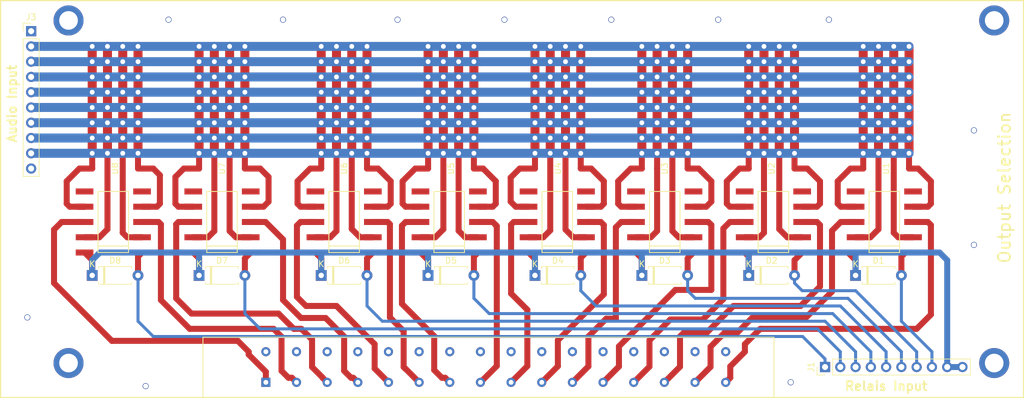
<source format=kicad_pcb>
(kicad_pcb (version 20171130) (host pcbnew 5.0.2-bee76a0~70~ubuntu16.04.1)

  (general
    (thickness 1.6)
    (drawings 7)
    (tracks 714)
    (zones 0)
    (modules 19)
    (nets 28)
  )

  (page A4)
  (layers
    (0 F.Cu signal)
    (31 B.Cu signal)
    (32 B.Adhes user)
    (33 F.Adhes user)
    (34 B.Paste user)
    (35 F.Paste user)
    (36 B.SilkS user)
    (37 F.SilkS user)
    (38 B.Mask user)
    (39 F.Mask user)
    (40 Dwgs.User user)
    (41 Cmts.User user)
    (42 Eco1.User user)
    (43 Eco2.User user)
    (44 Edge.Cuts user)
    (45 Margin user)
    (46 B.CrtYd user)
    (47 F.CrtYd user)
    (48 B.Fab user)
    (49 F.Fab user)
  )

  (setup
    (last_trace_width 1)
    (trace_clearance 1)
    (zone_clearance 0.508)
    (zone_45_only no)
    (trace_min 0.2)
    (segment_width 0.2)
    (edge_width 0.15)
    (via_size 1)
    (via_drill 0.8)
    (via_min_size 0.4)
    (via_min_drill 0.3)
    (uvia_size 0.3)
    (uvia_drill 0.1)
    (uvias_allowed no)
    (uvia_min_size 0.2)
    (uvia_min_drill 0.1)
    (pcb_text_width 0.3)
    (pcb_text_size 1.5 1.5)
    (mod_edge_width 0.15)
    (mod_text_size 1 1)
    (mod_text_width 0.15)
    (pad_size 1.524 1.524)
    (pad_drill 0.762)
    (pad_to_mask_clearance 0.051)
    (solder_mask_min_width 0.25)
    (aux_axis_origin 0 0)
    (visible_elements FFFFFF7F)
    (pcbplotparams
      (layerselection 0x010fc_ffffffff)
      (usegerberextensions false)
      (usegerberattributes false)
      (usegerberadvancedattributes false)
      (creategerberjobfile false)
      (excludeedgelayer true)
      (linewidth 0.100000)
      (plotframeref false)
      (viasonmask false)
      (mode 1)
      (useauxorigin false)
      (hpglpennumber 1)
      (hpglpenspeed 20)
      (hpglpendiameter 15.000000)
      (psnegative false)
      (psa4output false)
      (plotreference true)
      (plotvalue true)
      (plotinvisibletext false)
      (padsonsilk false)
      (subtractmaskfromsilk false)
      (outputformat 1)
      (mirror false)
      (drillshape 1)
      (scaleselection 1)
      (outputdirectory ""))
  )

  (net 0 "")
  (net 1 /relaysheet/Relais1)
  (net 2 +9V)
  (net 3 /relaysheet/Relais5)
  (net 4 /relaysheet/Relais2)
  (net 5 /relaysheet/Relais6)
  (net 6 /relaysheet/Relais3)
  (net 7 /relaysheet/Relais7)
  (net 8 /relaysheet/Relais4)
  (net 9 /relaysheet/Relais8)
  (net 10 GNDA)
  (net 11 /relaysheet/R1B_out)
  (net 12 /relaysheet/R1A_out)
  (net 13 /relaysheet/R1A_NC)
  (net 14 /relaysheet/R5B_out)
  (net 15 /relaysheet/R5A_out)
  (net 16 /relaysheet/R2B_out)
  (net 17 /relaysheet/R2A_out)
  (net 18 /relaysheet/R6A_out)
  (net 19 /relaysheet/R6B_out)
  (net 20 /relaysheet/R3A_out)
  (net 21 /relaysheet/R3B_out)
  (net 22 /relaysheet/R7B_out)
  (net 23 /relaysheet/R7A_out)
  (net 24 /relaysheet/R4A_out)
  (net 25 /relaysheet/R4B_out)
  (net 26 /relaysheet/R8A_out)
  (net 27 /relaysheet/R8B_out)

  (net_class Default "This is the default net class."
    (clearance 1)
    (trace_width 1)
    (via_dia 1)
    (via_drill 0.8)
    (uvia_dia 0.3)
    (uvia_drill 0.1)
    (add_net +9V)
    (add_net /relaysheet/R1A_NC)
    (add_net /relaysheet/R1A_out)
    (add_net /relaysheet/R1B_out)
    (add_net /relaysheet/R2A_out)
    (add_net /relaysheet/R2B_out)
    (add_net /relaysheet/R3A_out)
    (add_net /relaysheet/R3B_out)
    (add_net /relaysheet/R4A_out)
    (add_net /relaysheet/R4B_out)
    (add_net /relaysheet/R5A_out)
    (add_net /relaysheet/R5B_out)
    (add_net /relaysheet/R6A_out)
    (add_net /relaysheet/R6B_out)
    (add_net /relaysheet/R7A_out)
    (add_net /relaysheet/R7B_out)
    (add_net /relaysheet/R8A_out)
    (add_net /relaysheet/R8B_out)
    (add_net /relaysheet/Relais1)
    (add_net /relaysheet/Relais2)
    (add_net /relaysheet/Relais3)
    (add_net /relaysheet/Relais4)
    (add_net /relaysheet/Relais5)
    (add_net /relaysheet/Relais6)
    (add_net /relaysheet/Relais7)
    (add_net /relaysheet/Relais8)
    (add_net GNDA)
  )

  (module footprints:Schroff_69001-908_Female (layer F.Cu) (tedit 5CE51DC1) (tstamp 5CD47F47)
    (at 93.86 76.21)
    (path /5CD4C71E)
    (fp_text reference J4 (at -2.55 -7.65) (layer F.SilkS) hide
      (effects (font (size 1 1) (thickness 0.15)))
    )
    (fp_text value "Schroff 69001-908 Female" (at -2.55 -10.2) (layer F.Fab)
      (effects (font (size 1 1) (thickness 0.15)))
    )
    (fp_line (start -47.5 2.5) (end -47.5 -7.5) (layer F.SilkS) (width 0.15))
    (fp_line (start 47.5 2.5) (end -47.5 2.5) (layer F.SilkS) (width 0.15))
    (fp_line (start 47.5 -7.5) (end 47.5 2.5) (layer F.SilkS) (width 0.15))
    (fp_line (start -47.5 -7.5) (end 47.5 -7.5) (layer F.SilkS) (width 0.15))
    (pad "" np_thru_hole circle (at -44.63 -2.55) (size 3 3) (drill 3) (layers *.Cu *.Mask))
    (pad "" np_thru_hole circle (at 44.57 -2.55) (size 3 3) (drill 3) (layers *.Cu *.Mask))
    (pad 32 thru_hole circle (at 39.47 -5.1) (size 1.524 1.524) (drill 0.8) (layers *.Cu *.Mask)
      (net 10 GNDA))
    (pad 31 thru_hole circle (at 39.47 0) (size 1.524 1.524) (drill 0.8) (layers *.Cu *.Mask)
      (net 11 /relaysheet/R1B_out))
    (pad 30 thru_hole circle (at 34.37 -5.1) (size 1.524 1.524) (drill 0.8) (layers *.Cu *.Mask)
      (net 10 GNDA))
    (pad 29 thru_hole circle (at 34.37 0) (size 1.524 1.524) (drill 0.8) (layers *.Cu *.Mask)
      (net 12 /relaysheet/R1A_out))
    (pad 28 thru_hole circle (at 29.27 -5.1) (size 1.524 1.524) (drill 0.8) (layers *.Cu *.Mask)
      (net 10 GNDA))
    (pad 27 thru_hole circle (at 29.27 0) (size 1.524 1.524) (drill 0.8) (layers *.Cu *.Mask)
      (net 16 /relaysheet/R2B_out))
    (pad 26 thru_hole circle (at 24.17 -5.1) (size 1.524 1.524) (drill 0.8) (layers *.Cu *.Mask)
      (net 10 GNDA))
    (pad 25 thru_hole circle (at 24.17 0) (size 1.524 1.524) (drill 0.8) (layers *.Cu *.Mask)
      (net 17 /relaysheet/R2A_out))
    (pad 24 thru_hole circle (at 19.07 -5.1) (size 1.524 1.524) (drill 0.8) (layers *.Cu *.Mask)
      (net 10 GNDA))
    (pad 23 thru_hole circle (at 19.07 0) (size 1.524 1.524) (drill 0.8) (layers *.Cu *.Mask)
      (net 21 /relaysheet/R3B_out))
    (pad 22 thru_hole circle (at 13.97 -5.1) (size 1.524 1.524) (drill 0.8) (layers *.Cu *.Mask)
      (net 10 GNDA))
    (pad 21 thru_hole circle (at 13.97 0) (size 1.524 1.524) (drill 0.8) (layers *.Cu *.Mask)
      (net 20 /relaysheet/R3A_out))
    (pad 20 thru_hole circle (at 8.87 -5.1) (size 1.524 1.524) (drill 0.8) (layers *.Cu *.Mask)
      (net 10 GNDA))
    (pad 19 thru_hole circle (at 8.87 0) (size 1.524 1.524) (drill 0.8) (layers *.Cu *.Mask)
      (net 25 /relaysheet/R4B_out))
    (pad 18 thru_hole circle (at 3.77 -5.1) (size 1.524 1.524) (drill 0.8) (layers *.Cu *.Mask)
      (net 10 GNDA))
    (pad 17 thru_hole circle (at 3.77 0) (size 1.524 1.524) (drill 0.8) (layers *.Cu *.Mask)
      (net 24 /relaysheet/R4A_out))
    (pad 16 thru_hole circle (at -1.33 -5.1) (size 1.524 1.524) (drill 0.8) (layers *.Cu *.Mask)
      (net 10 GNDA))
    (pad 15 thru_hole circle (at -1.33 0) (size 1.524 1.524) (drill 0.8) (layers *.Cu *.Mask)
      (net 14 /relaysheet/R5B_out))
    (pad 14 thru_hole circle (at -6.43 -5.1) (size 1.524 1.524) (drill 0.8) (layers *.Cu *.Mask)
      (net 10 GNDA))
    (pad 13 thru_hole circle (at -6.43 0) (size 1.524 1.524) (drill 0.8) (layers *.Cu *.Mask)
      (net 15 /relaysheet/R5A_out))
    (pad 12 thru_hole circle (at -11.53 -5.1) (size 1.524 1.524) (drill 0.8) (layers *.Cu *.Mask)
      (net 10 GNDA))
    (pad 11 thru_hole circle (at -11.53 0) (size 1.524 1.524) (drill 0.8) (layers *.Cu *.Mask)
      (net 19 /relaysheet/R6B_out))
    (pad 10 thru_hole circle (at -16.63 -5.1) (size 1.524 1.524) (drill 0.8) (layers *.Cu *.Mask)
      (net 10 GNDA))
    (pad 9 thru_hole circle (at -16.63 0) (size 1.524 1.524) (drill 0.8) (layers *.Cu *.Mask)
      (net 18 /relaysheet/R6A_out))
    (pad 8 thru_hole circle (at -21.73 -5.1) (size 1.524 1.524) (drill 0.8) (layers *.Cu *.Mask)
      (net 10 GNDA))
    (pad 7 thru_hole circle (at -21.73 0) (size 1.524 1.524) (drill 0.8) (layers *.Cu *.Mask)
      (net 22 /relaysheet/R7B_out))
    (pad 6 thru_hole circle (at -26.83 -5.1) (size 1.524 1.524) (drill 0.8) (layers *.Cu *.Mask)
      (net 10 GNDA))
    (pad 5 thru_hole circle (at -26.83 0) (size 1.524 1.524) (drill 0.8) (layers *.Cu *.Mask)
      (net 23 /relaysheet/R7A_out))
    (pad 4 thru_hole circle (at -31.93 -5.1) (size 1.524 1.524) (drill 0.8) (layers *.Cu *.Mask)
      (net 10 GNDA))
    (pad 3 thru_hole circle (at -31.93 0) (size 1.524 1.524) (drill 0.8) (layers *.Cu *.Mask)
      (net 27 /relaysheet/R8B_out))
    (pad 2 thru_hole circle (at -37.03 -5.1) (size 1.524 1.524) (drill 0.8) (layers *.Cu *.Mask)
      (net 10 GNDA))
    (pad 1 thru_hole rect (at -37.03 0) (size 1.524 1.524) (drill 0.8) (layers *.Cu *.Mask)
      (net 26 /relaysheet/R8A_out))
  )

  (module footprints:NEC-EB2-12NU (layer F.Cu) (tedit 5CD1A950) (tstamp 5CD2D6D0)
    (at 159.72 49.53 90)
    (path /5CD2BD35/5CD2D6AA)
    (fp_text reference U1 (at 8.89 0.3 90) (layer F.SilkS)
      (effects (font (size 1 1) (thickness 0.15)))
    )
    (fp_text value NEC-EB2-12NU (at 0 0 90) (layer F.Fab)
      (effects (font (size 1 1) (thickness 0.15)))
    )
    (fp_line (start -7.15 -4.65) (end 7.15 -4.65) (layer F.Fab) (width 0.15))
    (fp_line (start 7.15 -4.65) (end 7.15 4.65) (layer F.Fab) (width 0.15))
    (fp_line (start 7.15 4.65) (end -7.15 4.65) (layer F.Fab) (width 0.15))
    (fp_line (start -7.15 4.65) (end -7.15 -4.65) (layer F.Fab) (width 0.15))
    (fp_line (start -6 -4.65) (end -6 4.65) (layer F.Fab) (width 0.15))
    (fp_line (start -5.08 -2.54) (end 5.08 -2.54) (layer F.SilkS) (width 0.15))
    (fp_line (start 5.08 -2.54) (end 5.08 2.54) (layer F.SilkS) (width 0.15))
    (fp_line (start 5.08 2.54) (end -5.08 2.54) (layer F.SilkS) (width 0.15))
    (fp_line (start -5.08 2.54) (end -5.08 -2.54) (layer F.SilkS) (width 0.15))
    (fp_line (start -4 -2.54) (end -4 2.54) (layer F.SilkS) (width 0.15))
    (pad 1 smd rect (at -5.08 -4.78 90) (size 1 2.94) (layers F.Cu F.Paste F.Mask)
      (net 2 +9V))
    (pad 2 smd rect (at -2.54 -4.78 90) (size 1 2.94) (layers F.Cu F.Paste F.Mask)
      (net 13 /relaysheet/R1A_NC))
    (pad 3 smd rect (at 0 -4.78 90) (size 1 2.94) (layers F.Cu F.Paste F.Mask)
      (net 12 /relaysheet/R1A_out))
    (pad 4 smd rect (at 2.54 -4.78 90) (size 1 2.94) (layers F.Cu F.Paste F.Mask)
      (net 13 /relaysheet/R1A_NC))
    (pad 5 smd rect (at 5.08 -4.78 90) (size 1 2.94) (layers F.Cu F.Paste F.Mask))
    (pad 6 smd rect (at 5.08 4.78 90) (size 1 2.94) (layers F.Cu F.Paste F.Mask))
    (pad 7 smd rect (at 2.54 4.78 90) (size 1 2.94) (layers F.Cu F.Paste F.Mask)
      (net 13 /relaysheet/R1A_NC))
    (pad 8 smd rect (at 0 4.78 90) (size 1 2.94) (layers F.Cu F.Paste F.Mask)
      (net 11 /relaysheet/R1B_out))
    (pad 9 smd rect (at -2.54 4.78 90) (size 1 2.94) (layers F.Cu F.Paste F.Mask)
      (net 13 /relaysheet/R1A_NC))
    (pad 10 smd rect (at -5.08 4.78 90) (size 1 2.94) (layers F.Cu F.Paste F.Mask)
      (net 1 /relaysheet/Relais1))
  )

  (module footprints:NEC-EB2-12NU (layer F.Cu) (tedit 5CD1A950) (tstamp 5CD2F79B)
    (at 141.27 49.53 90)
    (path /5CD2BD35/5CD30362)
    (fp_text reference U2 (at 8.89 -0.3 90) (layer F.SilkS)
      (effects (font (size 1 1) (thickness 0.15)))
    )
    (fp_text value NEC-EB2-12NU (at 0 0 90) (layer F.Fab)
      (effects (font (size 1 1) (thickness 0.15)))
    )
    (fp_line (start -7.15 -4.65) (end 7.15 -4.65) (layer F.Fab) (width 0.15))
    (fp_line (start 7.15 -4.65) (end 7.15 4.65) (layer F.Fab) (width 0.15))
    (fp_line (start 7.15 4.65) (end -7.15 4.65) (layer F.Fab) (width 0.15))
    (fp_line (start -7.15 4.65) (end -7.15 -4.65) (layer F.Fab) (width 0.15))
    (fp_line (start -6 -4.65) (end -6 4.65) (layer F.Fab) (width 0.15))
    (fp_line (start -5.08 -2.54) (end 5.08 -2.54) (layer F.SilkS) (width 0.15))
    (fp_line (start 5.08 -2.54) (end 5.08 2.54) (layer F.SilkS) (width 0.15))
    (fp_line (start 5.08 2.54) (end -5.08 2.54) (layer F.SilkS) (width 0.15))
    (fp_line (start -5.08 2.54) (end -5.08 -2.54) (layer F.SilkS) (width 0.15))
    (fp_line (start -4 -2.54) (end -4 2.54) (layer F.SilkS) (width 0.15))
    (pad 1 smd rect (at -5.08 -4.78 90) (size 1 2.94) (layers F.Cu F.Paste F.Mask)
      (net 2 +9V))
    (pad 2 smd rect (at -2.54 -4.78 90) (size 1 2.94) (layers F.Cu F.Paste F.Mask)
      (net 13 /relaysheet/R1A_NC))
    (pad 3 smd rect (at 0 -4.78 90) (size 1 2.94) (layers F.Cu F.Paste F.Mask)
      (net 17 /relaysheet/R2A_out))
    (pad 4 smd rect (at 2.54 -4.78 90) (size 1 2.94) (layers F.Cu F.Paste F.Mask)
      (net 13 /relaysheet/R1A_NC))
    (pad 5 smd rect (at 5.08 -4.78 90) (size 1 2.94) (layers F.Cu F.Paste F.Mask))
    (pad 6 smd rect (at 5.08 4.78 90) (size 1 2.94) (layers F.Cu F.Paste F.Mask))
    (pad 7 smd rect (at 2.54 4.78 90) (size 1 2.94) (layers F.Cu F.Paste F.Mask)
      (net 13 /relaysheet/R1A_NC))
    (pad 8 smd rect (at 0 4.78 90) (size 1 2.94) (layers F.Cu F.Paste F.Mask)
      (net 16 /relaysheet/R2B_out))
    (pad 9 smd rect (at -2.54 4.78 90) (size 1 2.94) (layers F.Cu F.Paste F.Mask)
      (net 13 /relaysheet/R1A_NC))
    (pad 10 smd rect (at -5.08 4.78 90) (size 1 2.94) (layers F.Cu F.Paste F.Mask)
      (net 4 /relaysheet/Relais2))
  )

  (module footprints:NEC-EB2-12NU (layer F.Cu) (tedit 5CD1A950) (tstamp 5CD2D700)
    (at 123.19 49.53 90)
    (path /5CD2BD35/5CD316D2)
    (fp_text reference U3 (at 8.89 0 90) (layer F.SilkS)
      (effects (font (size 1 1) (thickness 0.15)))
    )
    (fp_text value NEC-EB2-12NU (at 0 0 90) (layer F.Fab)
      (effects (font (size 1 1) (thickness 0.15)))
    )
    (fp_line (start -7.15 -4.65) (end 7.15 -4.65) (layer F.Fab) (width 0.15))
    (fp_line (start 7.15 -4.65) (end 7.15 4.65) (layer F.Fab) (width 0.15))
    (fp_line (start 7.15 4.65) (end -7.15 4.65) (layer F.Fab) (width 0.15))
    (fp_line (start -7.15 4.65) (end -7.15 -4.65) (layer F.Fab) (width 0.15))
    (fp_line (start -6 -4.65) (end -6 4.65) (layer F.Fab) (width 0.15))
    (fp_line (start -5.08 -2.54) (end 5.08 -2.54) (layer F.SilkS) (width 0.15))
    (fp_line (start 5.08 -2.54) (end 5.08 2.54) (layer F.SilkS) (width 0.15))
    (fp_line (start 5.08 2.54) (end -5.08 2.54) (layer F.SilkS) (width 0.15))
    (fp_line (start -5.08 2.54) (end -5.08 -2.54) (layer F.SilkS) (width 0.15))
    (fp_line (start -4 -2.54) (end -4 2.54) (layer F.SilkS) (width 0.15))
    (pad 1 smd rect (at -5.08 -4.78 90) (size 1 2.94) (layers F.Cu F.Paste F.Mask)
      (net 2 +9V))
    (pad 2 smd rect (at -2.54 -4.78 90) (size 1 2.94) (layers F.Cu F.Paste F.Mask)
      (net 13 /relaysheet/R1A_NC))
    (pad 3 smd rect (at 0 -4.78 90) (size 1 2.94) (layers F.Cu F.Paste F.Mask)
      (net 20 /relaysheet/R3A_out))
    (pad 4 smd rect (at 2.54 -4.78 90) (size 1 2.94) (layers F.Cu F.Paste F.Mask)
      (net 13 /relaysheet/R1A_NC))
    (pad 5 smd rect (at 5.08 -4.78 90) (size 1 2.94) (layers F.Cu F.Paste F.Mask))
    (pad 6 smd rect (at 5.08 4.78 90) (size 1 2.94) (layers F.Cu F.Paste F.Mask))
    (pad 7 smd rect (at 2.54 4.78 90) (size 1 2.94) (layers F.Cu F.Paste F.Mask)
      (net 13 /relaysheet/R1A_NC))
    (pad 8 smd rect (at 0 4.78 90) (size 1 2.94) (layers F.Cu F.Paste F.Mask)
      (net 21 /relaysheet/R3B_out))
    (pad 9 smd rect (at -2.54 4.78 90) (size 1 2.94) (layers F.Cu F.Paste F.Mask)
      (net 13 /relaysheet/R1A_NC))
    (pad 10 smd rect (at -5.08 4.78 90) (size 1 2.94) (layers F.Cu F.Paste F.Mask)
      (net 6 /relaysheet/Relais3))
  )

  (module footprints:NEC-EB2-12NU (layer F.Cu) (tedit 5CD1A950) (tstamp 5CD30B02)
    (at 105.31 49.53 90)
    (path /5CD2BD35/5CD31724)
    (fp_text reference U4 (at 8.89 0.1 90) (layer F.SilkS)
      (effects (font (size 1 1) (thickness 0.15)))
    )
    (fp_text value NEC-EB2-12NU (at 0 0 90) (layer F.Fab)
      (effects (font (size 1 1) (thickness 0.15)))
    )
    (fp_line (start -4 -2.54) (end -4 2.54) (layer F.SilkS) (width 0.15))
    (fp_line (start -5.08 2.54) (end -5.08 -2.54) (layer F.SilkS) (width 0.15))
    (fp_line (start 5.08 2.54) (end -5.08 2.54) (layer F.SilkS) (width 0.15))
    (fp_line (start 5.08 -2.54) (end 5.08 2.54) (layer F.SilkS) (width 0.15))
    (fp_line (start -5.08 -2.54) (end 5.08 -2.54) (layer F.SilkS) (width 0.15))
    (fp_line (start -6 -4.65) (end -6 4.65) (layer F.Fab) (width 0.15))
    (fp_line (start -7.15 4.65) (end -7.15 -4.65) (layer F.Fab) (width 0.15))
    (fp_line (start 7.15 4.65) (end -7.15 4.65) (layer F.Fab) (width 0.15))
    (fp_line (start 7.15 -4.65) (end 7.15 4.65) (layer F.Fab) (width 0.15))
    (fp_line (start -7.15 -4.65) (end 7.15 -4.65) (layer F.Fab) (width 0.15))
    (pad 10 smd rect (at -5.08 4.78 90) (size 1 2.94) (layers F.Cu F.Paste F.Mask)
      (net 8 /relaysheet/Relais4))
    (pad 9 smd rect (at -2.54 4.78 90) (size 1 2.94) (layers F.Cu F.Paste F.Mask)
      (net 13 /relaysheet/R1A_NC))
    (pad 8 smd rect (at 0 4.78 90) (size 1 2.94) (layers F.Cu F.Paste F.Mask)
      (net 25 /relaysheet/R4B_out))
    (pad 7 smd rect (at 2.54 4.78 90) (size 1 2.94) (layers F.Cu F.Paste F.Mask)
      (net 13 /relaysheet/R1A_NC))
    (pad 6 smd rect (at 5.08 4.78 90) (size 1 2.94) (layers F.Cu F.Paste F.Mask))
    (pad 5 smd rect (at 5.08 -4.78 90) (size 1 2.94) (layers F.Cu F.Paste F.Mask))
    (pad 4 smd rect (at 2.54 -4.78 90) (size 1 2.94) (layers F.Cu F.Paste F.Mask)
      (net 13 /relaysheet/R1A_NC))
    (pad 3 smd rect (at 0 -4.78 90) (size 1 2.94) (layers F.Cu F.Paste F.Mask)
      (net 24 /relaysheet/R4A_out))
    (pad 2 smd rect (at -2.54 -4.78 90) (size 1 2.94) (layers F.Cu F.Paste F.Mask)
      (net 13 /relaysheet/R1A_NC))
    (pad 1 smd rect (at -5.08 -4.78 90) (size 1 2.94) (layers F.Cu F.Paste F.Mask)
      (net 2 +9V))
  )

  (module footprints:NEC-EB2-12NU (layer F.Cu) (tedit 5CD1A950) (tstamp 5CD2D730)
    (at 87.33 49.53 90)
    (path /5CD2BD35/5CD2FCCA)
    (fp_text reference U5 (at 8.89 0.3 90) (layer F.SilkS)
      (effects (font (size 1 1) (thickness 0.15)))
    )
    (fp_text value NEC-EB2-12NU (at 0 0 90) (layer F.Fab)
      (effects (font (size 1 1) (thickness 0.15)))
    )
    (fp_line (start -4 -2.54) (end -4 2.54) (layer F.SilkS) (width 0.15))
    (fp_line (start -5.08 2.54) (end -5.08 -2.54) (layer F.SilkS) (width 0.15))
    (fp_line (start 5.08 2.54) (end -5.08 2.54) (layer F.SilkS) (width 0.15))
    (fp_line (start 5.08 -2.54) (end 5.08 2.54) (layer F.SilkS) (width 0.15))
    (fp_line (start -5.08 -2.54) (end 5.08 -2.54) (layer F.SilkS) (width 0.15))
    (fp_line (start -6 -4.65) (end -6 4.65) (layer F.Fab) (width 0.15))
    (fp_line (start -7.15 4.65) (end -7.15 -4.65) (layer F.Fab) (width 0.15))
    (fp_line (start 7.15 4.65) (end -7.15 4.65) (layer F.Fab) (width 0.15))
    (fp_line (start 7.15 -4.65) (end 7.15 4.65) (layer F.Fab) (width 0.15))
    (fp_line (start -7.15 -4.65) (end 7.15 -4.65) (layer F.Fab) (width 0.15))
    (pad 10 smd rect (at -5.08 4.78 90) (size 1 2.94) (layers F.Cu F.Paste F.Mask)
      (net 3 /relaysheet/Relais5))
    (pad 9 smd rect (at -2.54 4.78 90) (size 1 2.94) (layers F.Cu F.Paste F.Mask)
      (net 13 /relaysheet/R1A_NC))
    (pad 8 smd rect (at 0 4.78 90) (size 1 2.94) (layers F.Cu F.Paste F.Mask)
      (net 14 /relaysheet/R5B_out))
    (pad 7 smd rect (at 2.54 4.78 90) (size 1 2.94) (layers F.Cu F.Paste F.Mask)
      (net 13 /relaysheet/R1A_NC))
    (pad 6 smd rect (at 5.08 4.78 90) (size 1 2.94) (layers F.Cu F.Paste F.Mask))
    (pad 5 smd rect (at 5.08 -4.78 90) (size 1 2.94) (layers F.Cu F.Paste F.Mask))
    (pad 4 smd rect (at 2.54 -4.78 90) (size 1 2.94) (layers F.Cu F.Paste F.Mask)
      (net 13 /relaysheet/R1A_NC))
    (pad 3 smd rect (at 0 -4.78 90) (size 1 2.94) (layers F.Cu F.Paste F.Mask)
      (net 15 /relaysheet/R5A_out))
    (pad 2 smd rect (at -2.54 -4.78 90) (size 1 2.94) (layers F.Cu F.Paste F.Mask)
      (net 13 /relaysheet/R1A_NC))
    (pad 1 smd rect (at -5.08 -4.78 90) (size 1 2.94) (layers F.Cu F.Paste F.Mask)
      (net 2 +9V))
  )

  (module footprints:NEC-EB2-12NU (layer F.Cu) (tedit 5CD1A950) (tstamp 5CD2D748)
    (at 69.85 49.53 90)
    (path /5CD2BD35/5CD3038B)
    (fp_text reference U6 (at 8.89 0 90) (layer F.SilkS)
      (effects (font (size 1 1) (thickness 0.15)))
    )
    (fp_text value NEC-EB2-12NU (at 0 0 90) (layer F.Fab)
      (effects (font (size 1 1) (thickness 0.15)))
    )
    (fp_line (start -4 -2.54) (end -4 2.54) (layer F.SilkS) (width 0.15))
    (fp_line (start -5.08 2.54) (end -5.08 -2.54) (layer F.SilkS) (width 0.15))
    (fp_line (start 5.08 2.54) (end -5.08 2.54) (layer F.SilkS) (width 0.15))
    (fp_line (start 5.08 -2.54) (end 5.08 2.54) (layer F.SilkS) (width 0.15))
    (fp_line (start -5.08 -2.54) (end 5.08 -2.54) (layer F.SilkS) (width 0.15))
    (fp_line (start -6 -4.65) (end -6 4.65) (layer F.Fab) (width 0.15))
    (fp_line (start -7.15 4.65) (end -7.15 -4.65) (layer F.Fab) (width 0.15))
    (fp_line (start 7.15 4.65) (end -7.15 4.65) (layer F.Fab) (width 0.15))
    (fp_line (start 7.15 -4.65) (end 7.15 4.65) (layer F.Fab) (width 0.15))
    (fp_line (start -7.15 -4.65) (end 7.15 -4.65) (layer F.Fab) (width 0.15))
    (pad 10 smd rect (at -5.08 4.78 90) (size 1 2.94) (layers F.Cu F.Paste F.Mask)
      (net 5 /relaysheet/Relais6))
    (pad 9 smd rect (at -2.54 4.78 90) (size 1 2.94) (layers F.Cu F.Paste F.Mask)
      (net 13 /relaysheet/R1A_NC))
    (pad 8 smd rect (at 0 4.78 90) (size 1 2.94) (layers F.Cu F.Paste F.Mask)
      (net 19 /relaysheet/R6B_out))
    (pad 7 smd rect (at 2.54 4.78 90) (size 1 2.94) (layers F.Cu F.Paste F.Mask)
      (net 13 /relaysheet/R1A_NC))
    (pad 6 smd rect (at 5.08 4.78 90) (size 1 2.94) (layers F.Cu F.Paste F.Mask))
    (pad 5 smd rect (at 5.08 -4.78 90) (size 1 2.94) (layers F.Cu F.Paste F.Mask))
    (pad 4 smd rect (at 2.54 -4.78 90) (size 1 2.94) (layers F.Cu F.Paste F.Mask)
      (net 13 /relaysheet/R1A_NC))
    (pad 3 smd rect (at 0 -4.78 90) (size 1 2.94) (layers F.Cu F.Paste F.Mask)
      (net 18 /relaysheet/R6A_out))
    (pad 2 smd rect (at -2.54 -4.78 90) (size 1 2.94) (layers F.Cu F.Paste F.Mask)
      (net 13 /relaysheet/R1A_NC))
    (pad 1 smd rect (at -5.08 -4.78 90) (size 1 2.94) (layers F.Cu F.Paste F.Mask)
      (net 2 +9V))
  )

  (module footprints:NEC-EB2-12NU (layer F.Cu) (tedit 5CD1A950) (tstamp 5CD2DE4A)
    (at 49.53 49.53 90)
    (path /5CD2BD35/5CD316FB)
    (fp_text reference U7 (at 8.89 0 90) (layer F.SilkS)
      (effects (font (size 1 1) (thickness 0.15)))
    )
    (fp_text value NEC-EB2-12NU (at 0 0 90) (layer F.Fab)
      (effects (font (size 1 1) (thickness 0.15)))
    )
    (fp_line (start -4 -2.54) (end -4 2.54) (layer F.SilkS) (width 0.15))
    (fp_line (start -5.08 2.54) (end -5.08 -2.54) (layer F.SilkS) (width 0.15))
    (fp_line (start 5.08 2.54) (end -5.08 2.54) (layer F.SilkS) (width 0.15))
    (fp_line (start 5.08 -2.54) (end 5.08 2.54) (layer F.SilkS) (width 0.15))
    (fp_line (start -5.08 -2.54) (end 5.08 -2.54) (layer F.SilkS) (width 0.15))
    (fp_line (start -6 -4.65) (end -6 4.65) (layer F.Fab) (width 0.15))
    (fp_line (start -7.15 4.65) (end -7.15 -4.65) (layer F.Fab) (width 0.15))
    (fp_line (start 7.15 4.65) (end -7.15 4.65) (layer F.Fab) (width 0.15))
    (fp_line (start 7.15 -4.65) (end 7.15 4.65) (layer F.Fab) (width 0.15))
    (fp_line (start -7.15 -4.65) (end 7.15 -4.65) (layer F.Fab) (width 0.15))
    (pad 10 smd rect (at -5.08 4.78 90) (size 1 2.94) (layers F.Cu F.Paste F.Mask)
      (net 7 /relaysheet/Relais7))
    (pad 9 smd rect (at -2.54 4.78 90) (size 1 2.94) (layers F.Cu F.Paste F.Mask)
      (net 13 /relaysheet/R1A_NC))
    (pad 8 smd rect (at 0 4.78 90) (size 1 2.94) (layers F.Cu F.Paste F.Mask)
      (net 22 /relaysheet/R7B_out))
    (pad 7 smd rect (at 2.54 4.78 90) (size 1 2.94) (layers F.Cu F.Paste F.Mask)
      (net 13 /relaysheet/R1A_NC))
    (pad 6 smd rect (at 5.08 4.78 90) (size 1 2.94) (layers F.Cu F.Paste F.Mask))
    (pad 5 smd rect (at 5.08 -4.78 90) (size 1 2.94) (layers F.Cu F.Paste F.Mask))
    (pad 4 smd rect (at 2.54 -4.78 90) (size 1 2.94) (layers F.Cu F.Paste F.Mask)
      (net 13 /relaysheet/R1A_NC))
    (pad 3 smd rect (at 0 -4.78 90) (size 1 2.94) (layers F.Cu F.Paste F.Mask)
      (net 23 /relaysheet/R7A_out))
    (pad 2 smd rect (at -2.54 -4.78 90) (size 1 2.94) (layers F.Cu F.Paste F.Mask)
      (net 13 /relaysheet/R1A_NC))
    (pad 1 smd rect (at -5.08 -4.78 90) (size 1 2.94) (layers F.Cu F.Paste F.Mask)
      (net 2 +9V))
  )

  (module footprints:NEC-EB2-12NU (layer F.Cu) (tedit 5CD1A950) (tstamp 5CD30EC6)
    (at 31.45 49.53 90)
    (path /5CD2BD35/5CD3174D)
    (fp_text reference U8 (at 8.89 0.3 90) (layer F.SilkS)
      (effects (font (size 1 1) (thickness 0.15)))
    )
    (fp_text value NEC-EB2-12NU (at 0 0 90) (layer F.Fab)
      (effects (font (size 1 1) (thickness 0.15)))
    )
    (fp_line (start -4 -2.54) (end -4 2.54) (layer F.SilkS) (width 0.15))
    (fp_line (start -5.08 2.54) (end -5.08 -2.54) (layer F.SilkS) (width 0.15))
    (fp_line (start 5.08 2.54) (end -5.08 2.54) (layer F.SilkS) (width 0.15))
    (fp_line (start 5.08 -2.54) (end 5.08 2.54) (layer F.SilkS) (width 0.15))
    (fp_line (start -5.08 -2.54) (end 5.08 -2.54) (layer F.SilkS) (width 0.15))
    (fp_line (start -6 -4.65) (end -6 4.65) (layer F.Fab) (width 0.15))
    (fp_line (start -7.15 4.65) (end -7.15 -4.65) (layer F.Fab) (width 0.15))
    (fp_line (start 7.15 4.65) (end -7.15 4.65) (layer F.Fab) (width 0.15))
    (fp_line (start 7.15 -4.65) (end 7.15 4.65) (layer F.Fab) (width 0.15))
    (fp_line (start -7.15 -4.65) (end 7.15 -4.65) (layer F.Fab) (width 0.15))
    (pad 10 smd rect (at -5.08 4.78 90) (size 1 2.94) (layers F.Cu F.Paste F.Mask)
      (net 9 /relaysheet/Relais8))
    (pad 9 smd rect (at -2.54 4.78 90) (size 1 2.94) (layers F.Cu F.Paste F.Mask)
      (net 13 /relaysheet/R1A_NC))
    (pad 8 smd rect (at 0 4.78 90) (size 1 2.94) (layers F.Cu F.Paste F.Mask)
      (net 27 /relaysheet/R8B_out))
    (pad 7 smd rect (at 2.54 4.78 90) (size 1 2.94) (layers F.Cu F.Paste F.Mask)
      (net 13 /relaysheet/R1A_NC))
    (pad 6 smd rect (at 5.08 4.78 90) (size 1 2.94) (layers F.Cu F.Paste F.Mask))
    (pad 5 smd rect (at 5.08 -4.78 90) (size 1 2.94) (layers F.Cu F.Paste F.Mask))
    (pad 4 smd rect (at 2.54 -4.78 90) (size 1 2.94) (layers F.Cu F.Paste F.Mask)
      (net 13 /relaysheet/R1A_NC))
    (pad 3 smd rect (at 0 -4.78 90) (size 1 2.94) (layers F.Cu F.Paste F.Mask)
      (net 26 /relaysheet/R8A_out))
    (pad 2 smd rect (at -2.54 -4.78 90) (size 1 2.94) (layers F.Cu F.Paste F.Mask)
      (net 13 /relaysheet/R1A_NC))
    (pad 1 smd rect (at -5.08 -4.78 90) (size 1 2.94) (layers F.Cu F.Paste F.Mask)
      (net 2 +9V))
  )

  (module Diode_THT:D_A-405_P7.62mm_Horizontal (layer F.Cu) (tedit 5AE50CD5) (tstamp 5CD2F417)
    (at 154.94 58.42)
    (descr "Diode, A-405 series, Axial, Horizontal, pin pitch=7.62mm, , length*diameter=5.2*2.7mm^2, , http://www.diodes.com/_files/packages/A-405.pdf")
    (tags "Diode A-405 series Axial Horizontal pin pitch 7.62mm  length 5.2mm diameter 2.7mm")
    (path /5CD2BD35/5CD2E7CE)
    (fp_text reference D1 (at 3.81 -2.47) (layer F.SilkS)
      (effects (font (size 1 1) (thickness 0.15)))
    )
    (fp_text value D (at 3.81 2.47) (layer F.Fab)
      (effects (font (size 1 1) (thickness 0.15)))
    )
    (fp_line (start 1.21 -1.35) (end 1.21 1.35) (layer F.Fab) (width 0.1))
    (fp_line (start 1.21 1.35) (end 6.41 1.35) (layer F.Fab) (width 0.1))
    (fp_line (start 6.41 1.35) (end 6.41 -1.35) (layer F.Fab) (width 0.1))
    (fp_line (start 6.41 -1.35) (end 1.21 -1.35) (layer F.Fab) (width 0.1))
    (fp_line (start 0 0) (end 1.21 0) (layer F.Fab) (width 0.1))
    (fp_line (start 7.62 0) (end 6.41 0) (layer F.Fab) (width 0.1))
    (fp_line (start 1.99 -1.35) (end 1.99 1.35) (layer F.Fab) (width 0.1))
    (fp_line (start 2.09 -1.35) (end 2.09 1.35) (layer F.Fab) (width 0.1))
    (fp_line (start 1.89 -1.35) (end 1.89 1.35) (layer F.Fab) (width 0.1))
    (fp_line (start 1.09 -1.14) (end 1.09 -1.47) (layer F.SilkS) (width 0.12))
    (fp_line (start 1.09 -1.47) (end 6.53 -1.47) (layer F.SilkS) (width 0.12))
    (fp_line (start 6.53 -1.47) (end 6.53 -1.14) (layer F.SilkS) (width 0.12))
    (fp_line (start 1.09 1.14) (end 1.09 1.47) (layer F.SilkS) (width 0.12))
    (fp_line (start 1.09 1.47) (end 6.53 1.47) (layer F.SilkS) (width 0.12))
    (fp_line (start 6.53 1.47) (end 6.53 1.14) (layer F.SilkS) (width 0.12))
    (fp_line (start 1.99 -1.47) (end 1.99 1.47) (layer F.SilkS) (width 0.12))
    (fp_line (start 2.11 -1.47) (end 2.11 1.47) (layer F.SilkS) (width 0.12))
    (fp_line (start 1.87 -1.47) (end 1.87 1.47) (layer F.SilkS) (width 0.12))
    (fp_line (start -1.15 -1.6) (end -1.15 1.6) (layer F.CrtYd) (width 0.05))
    (fp_line (start -1.15 1.6) (end 8.77 1.6) (layer F.CrtYd) (width 0.05))
    (fp_line (start 8.77 1.6) (end 8.77 -1.6) (layer F.CrtYd) (width 0.05))
    (fp_line (start 8.77 -1.6) (end -1.15 -1.6) (layer F.CrtYd) (width 0.05))
    (fp_text user %R (at 4.2 0) (layer F.Fab)
      (effects (font (size 1 1) (thickness 0.15)))
    )
    (fp_text user K (at 0 -1.9) (layer F.Fab)
      (effects (font (size 1 1) (thickness 0.15)))
    )
    (fp_text user K (at 0 -1.9) (layer F.SilkS)
      (effects (font (size 1 1) (thickness 0.15)))
    )
    (pad 1 thru_hole rect (at 0 0) (size 1.8 1.8) (drill 0.9) (layers *.Cu *.Mask)
      (net 2 +9V))
    (pad 2 thru_hole oval (at 7.62 0) (size 1.8 1.8) (drill 0.9) (layers *.Cu *.Mask)
      (net 1 /relaysheet/Relais1))
    (model ${KISYS3DMOD}/Diode_THT.3dshapes/D_A-405_P7.62mm_Horizontal.wrl
      (at (xyz 0 0 0))
      (scale (xyz 1 1 1))
      (rotate (xyz 0 0 0))
    )
  )

  (module Diode_THT:D_A-405_P7.62mm_Horizontal (layer F.Cu) (tedit 5AE50CD5) (tstamp 5CD2F435)
    (at 137.16 58.42)
    (descr "Diode, A-405 series, Axial, Horizontal, pin pitch=7.62mm, , length*diameter=5.2*2.7mm^2, , http://www.diodes.com/_files/packages/A-405.pdf")
    (tags "Diode A-405 series Axial Horizontal pin pitch 7.62mm  length 5.2mm diameter 2.7mm")
    (path /5CD2BD35/5CD3037D)
    (fp_text reference D2 (at 3.81 -2.47) (layer F.SilkS)
      (effects (font (size 1 1) (thickness 0.15)))
    )
    (fp_text value D (at 3.81 2.47) (layer F.Fab)
      (effects (font (size 1 1) (thickness 0.15)))
    )
    (fp_text user K (at 0 -1.9) (layer F.SilkS)
      (effects (font (size 1 1) (thickness 0.15)))
    )
    (fp_text user K (at 0 -1.9) (layer F.Fab)
      (effects (font (size 1 1) (thickness 0.15)))
    )
    (fp_text user %R (at 4.2 0) (layer F.Fab)
      (effects (font (size 1 1) (thickness 0.15)))
    )
    (fp_line (start 8.77 -1.6) (end -1.15 -1.6) (layer F.CrtYd) (width 0.05))
    (fp_line (start 8.77 1.6) (end 8.77 -1.6) (layer F.CrtYd) (width 0.05))
    (fp_line (start -1.15 1.6) (end 8.77 1.6) (layer F.CrtYd) (width 0.05))
    (fp_line (start -1.15 -1.6) (end -1.15 1.6) (layer F.CrtYd) (width 0.05))
    (fp_line (start 1.87 -1.47) (end 1.87 1.47) (layer F.SilkS) (width 0.12))
    (fp_line (start 2.11 -1.47) (end 2.11 1.47) (layer F.SilkS) (width 0.12))
    (fp_line (start 1.99 -1.47) (end 1.99 1.47) (layer F.SilkS) (width 0.12))
    (fp_line (start 6.53 1.47) (end 6.53 1.14) (layer F.SilkS) (width 0.12))
    (fp_line (start 1.09 1.47) (end 6.53 1.47) (layer F.SilkS) (width 0.12))
    (fp_line (start 1.09 1.14) (end 1.09 1.47) (layer F.SilkS) (width 0.12))
    (fp_line (start 6.53 -1.47) (end 6.53 -1.14) (layer F.SilkS) (width 0.12))
    (fp_line (start 1.09 -1.47) (end 6.53 -1.47) (layer F.SilkS) (width 0.12))
    (fp_line (start 1.09 -1.14) (end 1.09 -1.47) (layer F.SilkS) (width 0.12))
    (fp_line (start 1.89 -1.35) (end 1.89 1.35) (layer F.Fab) (width 0.1))
    (fp_line (start 2.09 -1.35) (end 2.09 1.35) (layer F.Fab) (width 0.1))
    (fp_line (start 1.99 -1.35) (end 1.99 1.35) (layer F.Fab) (width 0.1))
    (fp_line (start 7.62 0) (end 6.41 0) (layer F.Fab) (width 0.1))
    (fp_line (start 0 0) (end 1.21 0) (layer F.Fab) (width 0.1))
    (fp_line (start 6.41 -1.35) (end 1.21 -1.35) (layer F.Fab) (width 0.1))
    (fp_line (start 6.41 1.35) (end 6.41 -1.35) (layer F.Fab) (width 0.1))
    (fp_line (start 1.21 1.35) (end 6.41 1.35) (layer F.Fab) (width 0.1))
    (fp_line (start 1.21 -1.35) (end 1.21 1.35) (layer F.Fab) (width 0.1))
    (pad 2 thru_hole oval (at 7.62 0) (size 1.8 1.8) (drill 0.9) (layers *.Cu *.Mask)
      (net 4 /relaysheet/Relais2))
    (pad 1 thru_hole rect (at 0 0) (size 1.8 1.8) (drill 0.9) (layers *.Cu *.Mask)
      (net 2 +9V))
    (model ${KISYS3DMOD}/Diode_THT.3dshapes/D_A-405_P7.62mm_Horizontal.wrl
      (at (xyz 0 0 0))
      (scale (xyz 1 1 1))
      (rotate (xyz 0 0 0))
    )
  )

  (module Diode_THT:D_A-405_P7.62mm_Horizontal (layer F.Cu) (tedit 5AE50CD5) (tstamp 5CD2F453)
    (at 119.38 58.42)
    (descr "Diode, A-405 series, Axial, Horizontal, pin pitch=7.62mm, , length*diameter=5.2*2.7mm^2, , http://www.diodes.com/_files/packages/A-405.pdf")
    (tags "Diode A-405 series Axial Horizontal pin pitch 7.62mm  length 5.2mm diameter 2.7mm")
    (path /5CD2BD35/5CD316ED)
    (fp_text reference D3 (at 3.81 -2.47) (layer F.SilkS)
      (effects (font (size 1 1) (thickness 0.15)))
    )
    (fp_text value D (at 3.81 2.47) (layer F.Fab)
      (effects (font (size 1 1) (thickness 0.15)))
    )
    (fp_text user K (at 0 -1.9) (layer F.SilkS)
      (effects (font (size 1 1) (thickness 0.15)))
    )
    (fp_text user K (at 0 -1.9) (layer F.Fab)
      (effects (font (size 1 1) (thickness 0.15)))
    )
    (fp_text user %R (at 4.2 0) (layer F.Fab)
      (effects (font (size 1 1) (thickness 0.15)))
    )
    (fp_line (start 8.77 -1.6) (end -1.15 -1.6) (layer F.CrtYd) (width 0.05))
    (fp_line (start 8.77 1.6) (end 8.77 -1.6) (layer F.CrtYd) (width 0.05))
    (fp_line (start -1.15 1.6) (end 8.77 1.6) (layer F.CrtYd) (width 0.05))
    (fp_line (start -1.15 -1.6) (end -1.15 1.6) (layer F.CrtYd) (width 0.05))
    (fp_line (start 1.87 -1.47) (end 1.87 1.47) (layer F.SilkS) (width 0.12))
    (fp_line (start 2.11 -1.47) (end 2.11 1.47) (layer F.SilkS) (width 0.12))
    (fp_line (start 1.99 -1.47) (end 1.99 1.47) (layer F.SilkS) (width 0.12))
    (fp_line (start 6.53 1.47) (end 6.53 1.14) (layer F.SilkS) (width 0.12))
    (fp_line (start 1.09 1.47) (end 6.53 1.47) (layer F.SilkS) (width 0.12))
    (fp_line (start 1.09 1.14) (end 1.09 1.47) (layer F.SilkS) (width 0.12))
    (fp_line (start 6.53 -1.47) (end 6.53 -1.14) (layer F.SilkS) (width 0.12))
    (fp_line (start 1.09 -1.47) (end 6.53 -1.47) (layer F.SilkS) (width 0.12))
    (fp_line (start 1.09 -1.14) (end 1.09 -1.47) (layer F.SilkS) (width 0.12))
    (fp_line (start 1.89 -1.35) (end 1.89 1.35) (layer F.Fab) (width 0.1))
    (fp_line (start 2.09 -1.35) (end 2.09 1.35) (layer F.Fab) (width 0.1))
    (fp_line (start 1.99 -1.35) (end 1.99 1.35) (layer F.Fab) (width 0.1))
    (fp_line (start 7.62 0) (end 6.41 0) (layer F.Fab) (width 0.1))
    (fp_line (start 0 0) (end 1.21 0) (layer F.Fab) (width 0.1))
    (fp_line (start 6.41 -1.35) (end 1.21 -1.35) (layer F.Fab) (width 0.1))
    (fp_line (start 6.41 1.35) (end 6.41 -1.35) (layer F.Fab) (width 0.1))
    (fp_line (start 1.21 1.35) (end 6.41 1.35) (layer F.Fab) (width 0.1))
    (fp_line (start 1.21 -1.35) (end 1.21 1.35) (layer F.Fab) (width 0.1))
    (pad 2 thru_hole oval (at 7.62 0) (size 1.8 1.8) (drill 0.9) (layers *.Cu *.Mask)
      (net 6 /relaysheet/Relais3))
    (pad 1 thru_hole rect (at 0 0) (size 1.8 1.8) (drill 0.9) (layers *.Cu *.Mask)
      (net 2 +9V))
    (model ${KISYS3DMOD}/Diode_THT.3dshapes/D_A-405_P7.62mm_Horizontal.wrl
      (at (xyz 0 0 0))
      (scale (xyz 1 1 1))
      (rotate (xyz 0 0 0))
    )
  )

  (module Diode_THT:D_A-405_P7.62mm_Horizontal (layer F.Cu) (tedit 5AE50CD5) (tstamp 5CD30AAF)
    (at 101.6 58.42)
    (descr "Diode, A-405 series, Axial, Horizontal, pin pitch=7.62mm, , length*diameter=5.2*2.7mm^2, , http://www.diodes.com/_files/packages/A-405.pdf")
    (tags "Diode A-405 series Axial Horizontal pin pitch 7.62mm  length 5.2mm diameter 2.7mm")
    (path /5CD2BD35/5CD3173F)
    (fp_text reference D4 (at 3.81 -2.47) (layer F.SilkS)
      (effects (font (size 1 1) (thickness 0.15)))
    )
    (fp_text value D (at 3.81 2.47) (layer F.Fab)
      (effects (font (size 1 1) (thickness 0.15)))
    )
    (fp_line (start 1.21 -1.35) (end 1.21 1.35) (layer F.Fab) (width 0.1))
    (fp_line (start 1.21 1.35) (end 6.41 1.35) (layer F.Fab) (width 0.1))
    (fp_line (start 6.41 1.35) (end 6.41 -1.35) (layer F.Fab) (width 0.1))
    (fp_line (start 6.41 -1.35) (end 1.21 -1.35) (layer F.Fab) (width 0.1))
    (fp_line (start 0 0) (end 1.21 0) (layer F.Fab) (width 0.1))
    (fp_line (start 7.62 0) (end 6.41 0) (layer F.Fab) (width 0.1))
    (fp_line (start 1.99 -1.35) (end 1.99 1.35) (layer F.Fab) (width 0.1))
    (fp_line (start 2.09 -1.35) (end 2.09 1.35) (layer F.Fab) (width 0.1))
    (fp_line (start 1.89 -1.35) (end 1.89 1.35) (layer F.Fab) (width 0.1))
    (fp_line (start 1.09 -1.14) (end 1.09 -1.47) (layer F.SilkS) (width 0.12))
    (fp_line (start 1.09 -1.47) (end 6.53 -1.47) (layer F.SilkS) (width 0.12))
    (fp_line (start 6.53 -1.47) (end 6.53 -1.14) (layer F.SilkS) (width 0.12))
    (fp_line (start 1.09 1.14) (end 1.09 1.47) (layer F.SilkS) (width 0.12))
    (fp_line (start 1.09 1.47) (end 6.53 1.47) (layer F.SilkS) (width 0.12))
    (fp_line (start 6.53 1.47) (end 6.53 1.14) (layer F.SilkS) (width 0.12))
    (fp_line (start 1.99 -1.47) (end 1.99 1.47) (layer F.SilkS) (width 0.12))
    (fp_line (start 2.11 -1.47) (end 2.11 1.47) (layer F.SilkS) (width 0.12))
    (fp_line (start 1.87 -1.47) (end 1.87 1.47) (layer F.SilkS) (width 0.12))
    (fp_line (start -1.15 -1.6) (end -1.15 1.6) (layer F.CrtYd) (width 0.05))
    (fp_line (start -1.15 1.6) (end 8.77 1.6) (layer F.CrtYd) (width 0.05))
    (fp_line (start 8.77 1.6) (end 8.77 -1.6) (layer F.CrtYd) (width 0.05))
    (fp_line (start 8.77 -1.6) (end -1.15 -1.6) (layer F.CrtYd) (width 0.05))
    (fp_text user %R (at 4.2 0) (layer F.Fab)
      (effects (font (size 1 1) (thickness 0.15)))
    )
    (fp_text user K (at 0 -1.9) (layer F.Fab)
      (effects (font (size 1 1) (thickness 0.15)))
    )
    (fp_text user K (at 0 -1.9) (layer F.SilkS)
      (effects (font (size 1 1) (thickness 0.15)))
    )
    (pad 1 thru_hole rect (at 0 0) (size 1.8 1.8) (drill 0.9) (layers *.Cu *.Mask)
      (net 2 +9V))
    (pad 2 thru_hole oval (at 7.62 0) (size 1.8 1.8) (drill 0.9) (layers *.Cu *.Mask)
      (net 8 /relaysheet/Relais4))
    (model ${KISYS3DMOD}/Diode_THT.3dshapes/D_A-405_P7.62mm_Horizontal.wrl
      (at (xyz 0 0 0))
      (scale (xyz 1 1 1))
      (rotate (xyz 0 0 0))
    )
  )

  (module Diode_THT:D_A-405_P7.62mm_Horizontal (layer F.Cu) (tedit 5AE50CD5) (tstamp 5CD2F48F)
    (at 83.82 58.42)
    (descr "Diode, A-405 series, Axial, Horizontal, pin pitch=7.62mm, , length*diameter=5.2*2.7mm^2, , http://www.diodes.com/_files/packages/A-405.pdf")
    (tags "Diode A-405 series Axial Horizontal pin pitch 7.62mm  length 5.2mm diameter 2.7mm")
    (path /5CD2BD35/5CD2FCE5)
    (fp_text reference D5 (at 3.81 -2.47) (layer F.SilkS)
      (effects (font (size 1 1) (thickness 0.15)))
    )
    (fp_text value D (at 3.81 2.47) (layer F.Fab)
      (effects (font (size 1 1) (thickness 0.15)))
    )
    (fp_text user K (at 0 -1.9) (layer F.SilkS)
      (effects (font (size 1 1) (thickness 0.15)))
    )
    (fp_text user K (at 0 -1.9) (layer F.Fab)
      (effects (font (size 1 1) (thickness 0.15)))
    )
    (fp_text user %R (at 4.2 0) (layer F.Fab)
      (effects (font (size 1 1) (thickness 0.15)))
    )
    (fp_line (start 8.77 -1.6) (end -1.15 -1.6) (layer F.CrtYd) (width 0.05))
    (fp_line (start 8.77 1.6) (end 8.77 -1.6) (layer F.CrtYd) (width 0.05))
    (fp_line (start -1.15 1.6) (end 8.77 1.6) (layer F.CrtYd) (width 0.05))
    (fp_line (start -1.15 -1.6) (end -1.15 1.6) (layer F.CrtYd) (width 0.05))
    (fp_line (start 1.87 -1.47) (end 1.87 1.47) (layer F.SilkS) (width 0.12))
    (fp_line (start 2.11 -1.47) (end 2.11 1.47) (layer F.SilkS) (width 0.12))
    (fp_line (start 1.99 -1.47) (end 1.99 1.47) (layer F.SilkS) (width 0.12))
    (fp_line (start 6.53 1.47) (end 6.53 1.14) (layer F.SilkS) (width 0.12))
    (fp_line (start 1.09 1.47) (end 6.53 1.47) (layer F.SilkS) (width 0.12))
    (fp_line (start 1.09 1.14) (end 1.09 1.47) (layer F.SilkS) (width 0.12))
    (fp_line (start 6.53 -1.47) (end 6.53 -1.14) (layer F.SilkS) (width 0.12))
    (fp_line (start 1.09 -1.47) (end 6.53 -1.47) (layer F.SilkS) (width 0.12))
    (fp_line (start 1.09 -1.14) (end 1.09 -1.47) (layer F.SilkS) (width 0.12))
    (fp_line (start 1.89 -1.35) (end 1.89 1.35) (layer F.Fab) (width 0.1))
    (fp_line (start 2.09 -1.35) (end 2.09 1.35) (layer F.Fab) (width 0.1))
    (fp_line (start 1.99 -1.35) (end 1.99 1.35) (layer F.Fab) (width 0.1))
    (fp_line (start 7.62 0) (end 6.41 0) (layer F.Fab) (width 0.1))
    (fp_line (start 0 0) (end 1.21 0) (layer F.Fab) (width 0.1))
    (fp_line (start 6.41 -1.35) (end 1.21 -1.35) (layer F.Fab) (width 0.1))
    (fp_line (start 6.41 1.35) (end 6.41 -1.35) (layer F.Fab) (width 0.1))
    (fp_line (start 1.21 1.35) (end 6.41 1.35) (layer F.Fab) (width 0.1))
    (fp_line (start 1.21 -1.35) (end 1.21 1.35) (layer F.Fab) (width 0.1))
    (pad 2 thru_hole oval (at 7.62 0) (size 1.8 1.8) (drill 0.9) (layers *.Cu *.Mask)
      (net 3 /relaysheet/Relais5))
    (pad 1 thru_hole rect (at 0 0) (size 1.8 1.8) (drill 0.9) (layers *.Cu *.Mask)
      (net 2 +9V))
    (model ${KISYS3DMOD}/Diode_THT.3dshapes/D_A-405_P7.62mm_Horizontal.wrl
      (at (xyz 0 0 0))
      (scale (xyz 1 1 1))
      (rotate (xyz 0 0 0))
    )
  )

  (module Diode_THT:D_A-405_P7.62mm_Horizontal (layer F.Cu) (tedit 5AE50CD5) (tstamp 5CD2F4AD)
    (at 66.04 58.42)
    (descr "Diode, A-405 series, Axial, Horizontal, pin pitch=7.62mm, , length*diameter=5.2*2.7mm^2, , http://www.diodes.com/_files/packages/A-405.pdf")
    (tags "Diode A-405 series Axial Horizontal pin pitch 7.62mm  length 5.2mm diameter 2.7mm")
    (path /5CD2BD35/5CD303A6)
    (fp_text reference D6 (at 3.81 -2.47) (layer F.SilkS)
      (effects (font (size 1 1) (thickness 0.15)))
    )
    (fp_text value D (at 3.81 2.47) (layer F.Fab)
      (effects (font (size 1 1) (thickness 0.15)))
    )
    (fp_text user K (at 0 -1.9) (layer F.SilkS)
      (effects (font (size 1 1) (thickness 0.15)))
    )
    (fp_text user K (at 0 -1.9) (layer F.Fab)
      (effects (font (size 1 1) (thickness 0.15)))
    )
    (fp_text user %R (at 4.2 0) (layer F.Fab)
      (effects (font (size 1 1) (thickness 0.15)))
    )
    (fp_line (start 8.77 -1.6) (end -1.15 -1.6) (layer F.CrtYd) (width 0.05))
    (fp_line (start 8.77 1.6) (end 8.77 -1.6) (layer F.CrtYd) (width 0.05))
    (fp_line (start -1.15 1.6) (end 8.77 1.6) (layer F.CrtYd) (width 0.05))
    (fp_line (start -1.15 -1.6) (end -1.15 1.6) (layer F.CrtYd) (width 0.05))
    (fp_line (start 1.87 -1.47) (end 1.87 1.47) (layer F.SilkS) (width 0.12))
    (fp_line (start 2.11 -1.47) (end 2.11 1.47) (layer F.SilkS) (width 0.12))
    (fp_line (start 1.99 -1.47) (end 1.99 1.47) (layer F.SilkS) (width 0.12))
    (fp_line (start 6.53 1.47) (end 6.53 1.14) (layer F.SilkS) (width 0.12))
    (fp_line (start 1.09 1.47) (end 6.53 1.47) (layer F.SilkS) (width 0.12))
    (fp_line (start 1.09 1.14) (end 1.09 1.47) (layer F.SilkS) (width 0.12))
    (fp_line (start 6.53 -1.47) (end 6.53 -1.14) (layer F.SilkS) (width 0.12))
    (fp_line (start 1.09 -1.47) (end 6.53 -1.47) (layer F.SilkS) (width 0.12))
    (fp_line (start 1.09 -1.14) (end 1.09 -1.47) (layer F.SilkS) (width 0.12))
    (fp_line (start 1.89 -1.35) (end 1.89 1.35) (layer F.Fab) (width 0.1))
    (fp_line (start 2.09 -1.35) (end 2.09 1.35) (layer F.Fab) (width 0.1))
    (fp_line (start 1.99 -1.35) (end 1.99 1.35) (layer F.Fab) (width 0.1))
    (fp_line (start 7.62 0) (end 6.41 0) (layer F.Fab) (width 0.1))
    (fp_line (start 0 0) (end 1.21 0) (layer F.Fab) (width 0.1))
    (fp_line (start 6.41 -1.35) (end 1.21 -1.35) (layer F.Fab) (width 0.1))
    (fp_line (start 6.41 1.35) (end 6.41 -1.35) (layer F.Fab) (width 0.1))
    (fp_line (start 1.21 1.35) (end 6.41 1.35) (layer F.Fab) (width 0.1))
    (fp_line (start 1.21 -1.35) (end 1.21 1.35) (layer F.Fab) (width 0.1))
    (pad 2 thru_hole oval (at 7.62 0) (size 1.8 1.8) (drill 0.9) (layers *.Cu *.Mask)
      (net 5 /relaysheet/Relais6))
    (pad 1 thru_hole rect (at 0 0) (size 1.8 1.8) (drill 0.9) (layers *.Cu *.Mask)
      (net 2 +9V))
    (model ${KISYS3DMOD}/Diode_THT.3dshapes/D_A-405_P7.62mm_Horizontal.wrl
      (at (xyz 0 0 0))
      (scale (xyz 1 1 1))
      (rotate (xyz 0 0 0))
    )
  )

  (module Diode_THT:D_A-405_P7.62mm_Horizontal (layer F.Cu) (tedit 5AE50CD5) (tstamp 5CD2F4CB)
    (at 45.72 58.42)
    (descr "Diode, A-405 series, Axial, Horizontal, pin pitch=7.62mm, , length*diameter=5.2*2.7mm^2, , http://www.diodes.com/_files/packages/A-405.pdf")
    (tags "Diode A-405 series Axial Horizontal pin pitch 7.62mm  length 5.2mm diameter 2.7mm")
    (path /5CD2BD35/5CD31716)
    (fp_text reference D7 (at 3.81 -2.47) (layer F.SilkS)
      (effects (font (size 1 1) (thickness 0.15)))
    )
    (fp_text value D (at 3.81 2.47) (layer F.Fab)
      (effects (font (size 1 1) (thickness 0.15)))
    )
    (fp_text user K (at 0 -1.9) (layer F.SilkS)
      (effects (font (size 1 1) (thickness 0.15)))
    )
    (fp_text user K (at 0 -1.9) (layer F.Fab)
      (effects (font (size 1 1) (thickness 0.15)))
    )
    (fp_text user %R (at 4.2 0) (layer F.Fab)
      (effects (font (size 1 1) (thickness 0.15)))
    )
    (fp_line (start 8.77 -1.6) (end -1.15 -1.6) (layer F.CrtYd) (width 0.05))
    (fp_line (start 8.77 1.6) (end 8.77 -1.6) (layer F.CrtYd) (width 0.05))
    (fp_line (start -1.15 1.6) (end 8.77 1.6) (layer F.CrtYd) (width 0.05))
    (fp_line (start -1.15 -1.6) (end -1.15 1.6) (layer F.CrtYd) (width 0.05))
    (fp_line (start 1.87 -1.47) (end 1.87 1.47) (layer F.SilkS) (width 0.12))
    (fp_line (start 2.11 -1.47) (end 2.11 1.47) (layer F.SilkS) (width 0.12))
    (fp_line (start 1.99 -1.47) (end 1.99 1.47) (layer F.SilkS) (width 0.12))
    (fp_line (start 6.53 1.47) (end 6.53 1.14) (layer F.SilkS) (width 0.12))
    (fp_line (start 1.09 1.47) (end 6.53 1.47) (layer F.SilkS) (width 0.12))
    (fp_line (start 1.09 1.14) (end 1.09 1.47) (layer F.SilkS) (width 0.12))
    (fp_line (start 6.53 -1.47) (end 6.53 -1.14) (layer F.SilkS) (width 0.12))
    (fp_line (start 1.09 -1.47) (end 6.53 -1.47) (layer F.SilkS) (width 0.12))
    (fp_line (start 1.09 -1.14) (end 1.09 -1.47) (layer F.SilkS) (width 0.12))
    (fp_line (start 1.89 -1.35) (end 1.89 1.35) (layer F.Fab) (width 0.1))
    (fp_line (start 2.09 -1.35) (end 2.09 1.35) (layer F.Fab) (width 0.1))
    (fp_line (start 1.99 -1.35) (end 1.99 1.35) (layer F.Fab) (width 0.1))
    (fp_line (start 7.62 0) (end 6.41 0) (layer F.Fab) (width 0.1))
    (fp_line (start 0 0) (end 1.21 0) (layer F.Fab) (width 0.1))
    (fp_line (start 6.41 -1.35) (end 1.21 -1.35) (layer F.Fab) (width 0.1))
    (fp_line (start 6.41 1.35) (end 6.41 -1.35) (layer F.Fab) (width 0.1))
    (fp_line (start 1.21 1.35) (end 6.41 1.35) (layer F.Fab) (width 0.1))
    (fp_line (start 1.21 -1.35) (end 1.21 1.35) (layer F.Fab) (width 0.1))
    (pad 2 thru_hole oval (at 7.62 0) (size 1.8 1.8) (drill 0.9) (layers *.Cu *.Mask)
      (net 7 /relaysheet/Relais7))
    (pad 1 thru_hole rect (at 0 0) (size 1.8 1.8) (drill 0.9) (layers *.Cu *.Mask)
      (net 2 +9V))
    (model ${KISYS3DMOD}/Diode_THT.3dshapes/D_A-405_P7.62mm_Horizontal.wrl
      (at (xyz 0 0 0))
      (scale (xyz 1 1 1))
      (rotate (xyz 0 0 0))
    )
  )

  (module Diode_THT:D_A-405_P7.62mm_Horizontal (layer F.Cu) (tedit 5AE50CD5) (tstamp 5CD30E70)
    (at 27.94 58.42)
    (descr "Diode, A-405 series, Axial, Horizontal, pin pitch=7.62mm, , length*diameter=5.2*2.7mm^2, , http://www.diodes.com/_files/packages/A-405.pdf")
    (tags "Diode A-405 series Axial Horizontal pin pitch 7.62mm  length 5.2mm diameter 2.7mm")
    (path /5CD2BD35/5CD31768)
    (fp_text reference D8 (at 3.81 -2.47) (layer F.SilkS)
      (effects (font (size 1 1) (thickness 0.15)))
    )
    (fp_text value D (at 3.81 2.47) (layer F.Fab)
      (effects (font (size 1 1) (thickness 0.15)))
    )
    (fp_line (start 1.21 -1.35) (end 1.21 1.35) (layer F.Fab) (width 0.1))
    (fp_line (start 1.21 1.35) (end 6.41 1.35) (layer F.Fab) (width 0.1))
    (fp_line (start 6.41 1.35) (end 6.41 -1.35) (layer F.Fab) (width 0.1))
    (fp_line (start 6.41 -1.35) (end 1.21 -1.35) (layer F.Fab) (width 0.1))
    (fp_line (start 0 0) (end 1.21 0) (layer F.Fab) (width 0.1))
    (fp_line (start 7.62 0) (end 6.41 0) (layer F.Fab) (width 0.1))
    (fp_line (start 1.99 -1.35) (end 1.99 1.35) (layer F.Fab) (width 0.1))
    (fp_line (start 2.09 -1.35) (end 2.09 1.35) (layer F.Fab) (width 0.1))
    (fp_line (start 1.89 -1.35) (end 1.89 1.35) (layer F.Fab) (width 0.1))
    (fp_line (start 1.09 -1.14) (end 1.09 -1.47) (layer F.SilkS) (width 0.12))
    (fp_line (start 1.09 -1.47) (end 6.53 -1.47) (layer F.SilkS) (width 0.12))
    (fp_line (start 6.53 -1.47) (end 6.53 -1.14) (layer F.SilkS) (width 0.12))
    (fp_line (start 1.09 1.14) (end 1.09 1.47) (layer F.SilkS) (width 0.12))
    (fp_line (start 1.09 1.47) (end 6.53 1.47) (layer F.SilkS) (width 0.12))
    (fp_line (start 6.53 1.47) (end 6.53 1.14) (layer F.SilkS) (width 0.12))
    (fp_line (start 1.99 -1.47) (end 1.99 1.47) (layer F.SilkS) (width 0.12))
    (fp_line (start 2.11 -1.47) (end 2.11 1.47) (layer F.SilkS) (width 0.12))
    (fp_line (start 1.87 -1.47) (end 1.87 1.47) (layer F.SilkS) (width 0.12))
    (fp_line (start -1.15 -1.6) (end -1.15 1.6) (layer F.CrtYd) (width 0.05))
    (fp_line (start -1.15 1.6) (end 8.77 1.6) (layer F.CrtYd) (width 0.05))
    (fp_line (start 8.77 1.6) (end 8.77 -1.6) (layer F.CrtYd) (width 0.05))
    (fp_line (start 8.77 -1.6) (end -1.15 -1.6) (layer F.CrtYd) (width 0.05))
    (fp_text user %R (at 4.2 0) (layer F.Fab)
      (effects (font (size 1 1) (thickness 0.15)))
    )
    (fp_text user K (at 0 -1.9) (layer F.Fab)
      (effects (font (size 1 1) (thickness 0.15)))
    )
    (fp_text user K (at 0 -1.9) (layer F.SilkS)
      (effects (font (size 1 1) (thickness 0.15)))
    )
    (pad 1 thru_hole rect (at 0 0) (size 1.8 1.8) (drill 0.9) (layers *.Cu *.Mask)
      (net 2 +9V))
    (pad 2 thru_hole oval (at 7.62 0) (size 1.8 1.8) (drill 0.9) (layers *.Cu *.Mask)
      (net 9 /relaysheet/Relais8))
    (model ${KISYS3DMOD}/Diode_THT.3dshapes/D_A-405_P7.62mm_Horizontal.wrl
      (at (xyz 0 0 0))
      (scale (xyz 1 1 1))
      (rotate (xyz 0 0 0))
    )
  )

  (module Connector_PinHeader_2.54mm:PinHeader_1x10_P2.54mm_Vertical (layer F.Cu) (tedit 59FED5CC) (tstamp 5CD31892)
    (at 17.78 17.78)
    (descr "Through hole straight pin header, 1x10, 2.54mm pitch, single row")
    (tags "Through hole pin header THT 1x10 2.54mm single row")
    (path /5CE859BA)
    (fp_text reference J3 (at 0 -2.33) (layer F.SilkS)
      (effects (font (size 1 1) (thickness 0.15)))
    )
    (fp_text value Conn_01x10 (at 0 25.19) (layer F.Fab)
      (effects (font (size 1 1) (thickness 0.15)))
    )
    (fp_line (start -0.635 -1.27) (end 1.27 -1.27) (layer F.Fab) (width 0.1))
    (fp_line (start 1.27 -1.27) (end 1.27 24.13) (layer F.Fab) (width 0.1))
    (fp_line (start 1.27 24.13) (end -1.27 24.13) (layer F.Fab) (width 0.1))
    (fp_line (start -1.27 24.13) (end -1.27 -0.635) (layer F.Fab) (width 0.1))
    (fp_line (start -1.27 -0.635) (end -0.635 -1.27) (layer F.Fab) (width 0.1))
    (fp_line (start -1.33 24.19) (end 1.33 24.19) (layer F.SilkS) (width 0.12))
    (fp_line (start -1.33 1.27) (end -1.33 24.19) (layer F.SilkS) (width 0.12))
    (fp_line (start 1.33 1.27) (end 1.33 24.19) (layer F.SilkS) (width 0.12))
    (fp_line (start -1.33 1.27) (end 1.33 1.27) (layer F.SilkS) (width 0.12))
    (fp_line (start -1.33 0) (end -1.33 -1.33) (layer F.SilkS) (width 0.12))
    (fp_line (start -1.33 -1.33) (end 0 -1.33) (layer F.SilkS) (width 0.12))
    (fp_line (start -1.8 -1.8) (end -1.8 24.65) (layer F.CrtYd) (width 0.05))
    (fp_line (start -1.8 24.65) (end 1.8 24.65) (layer F.CrtYd) (width 0.05))
    (fp_line (start 1.8 24.65) (end 1.8 -1.8) (layer F.CrtYd) (width 0.05))
    (fp_line (start 1.8 -1.8) (end -1.8 -1.8) (layer F.CrtYd) (width 0.05))
    (fp_text user %R (at 0 11.43 90) (layer F.Fab)
      (effects (font (size 1 1) (thickness 0.15)))
    )
    (pad 1 thru_hole rect (at 0 0) (size 1.7 1.7) (drill 1) (layers *.Cu *.Mask)
      (net 10 GNDA))
    (pad 2 thru_hole oval (at 0 2.54) (size 1.7 1.7) (drill 1) (layers *.Cu *.Mask)
      (net 13 /relaysheet/R1A_NC))
    (pad 3 thru_hole oval (at 0 5.08) (size 1.7 1.7) (drill 1) (layers *.Cu *.Mask)
      (net 13 /relaysheet/R1A_NC))
    (pad 4 thru_hole oval (at 0 7.62) (size 1.7 1.7) (drill 1) (layers *.Cu *.Mask)
      (net 13 /relaysheet/R1A_NC))
    (pad 5 thru_hole oval (at 0 10.16) (size 1.7 1.7) (drill 1) (layers *.Cu *.Mask)
      (net 13 /relaysheet/R1A_NC))
    (pad 6 thru_hole oval (at 0 12.7) (size 1.7 1.7) (drill 1) (layers *.Cu *.Mask)
      (net 13 /relaysheet/R1A_NC))
    (pad 7 thru_hole oval (at 0 15.24) (size 1.7 1.7) (drill 1) (layers *.Cu *.Mask)
      (net 13 /relaysheet/R1A_NC))
    (pad 8 thru_hole oval (at 0 17.78) (size 1.7 1.7) (drill 1) (layers *.Cu *.Mask)
      (net 13 /relaysheet/R1A_NC))
    (pad 9 thru_hole oval (at 0 20.32) (size 1.7 1.7) (drill 1) (layers *.Cu *.Mask)
      (net 13 /relaysheet/R1A_NC))
    (pad 10 thru_hole oval (at 0 22.86) (size 1.7 1.7) (drill 1) (layers *.Cu *.Mask)
      (net 10 GNDA))
    (model ${KISYS3DMOD}/Connector_PinHeader_2.54mm.3dshapes/PinHeader_1x10_P2.54mm_Vertical.wrl
      (at (xyz 0 0 0))
      (scale (xyz 1 1 1))
      (rotate (xyz 0 0 0))
    )
  )

  (module Connector_PinHeader_2.54mm:PinHeader_1x10_P2.54mm_Vertical (layer F.Cu) (tedit 59FED5CC) (tstamp 5CE3F03A)
    (at 149.86 73.66 90)
    (descr "Through hole straight pin header, 1x10, 2.54mm pitch, single row")
    (tags "Through hole pin header THT 1x10 2.54mm single row")
    (path /5CE9FC06)
    (fp_text reference J1 (at 0 -2.33 90) (layer F.SilkS)
      (effects (font (size 1 1) (thickness 0.15)))
    )
    (fp_text value Conn_01x10 (at 0 25.19 90) (layer F.Fab)
      (effects (font (size 1 1) (thickness 0.15)))
    )
    (fp_line (start -0.635 -1.27) (end 1.27 -1.27) (layer F.Fab) (width 0.1))
    (fp_line (start 1.27 -1.27) (end 1.27 24.13) (layer F.Fab) (width 0.1))
    (fp_line (start 1.27 24.13) (end -1.27 24.13) (layer F.Fab) (width 0.1))
    (fp_line (start -1.27 24.13) (end -1.27 -0.635) (layer F.Fab) (width 0.1))
    (fp_line (start -1.27 -0.635) (end -0.635 -1.27) (layer F.Fab) (width 0.1))
    (fp_line (start -1.33 24.19) (end 1.33 24.19) (layer F.SilkS) (width 0.12))
    (fp_line (start -1.33 1.27) (end -1.33 24.19) (layer F.SilkS) (width 0.12))
    (fp_line (start 1.33 1.27) (end 1.33 24.19) (layer F.SilkS) (width 0.12))
    (fp_line (start -1.33 1.27) (end 1.33 1.27) (layer F.SilkS) (width 0.12))
    (fp_line (start -1.33 0) (end -1.33 -1.33) (layer F.SilkS) (width 0.12))
    (fp_line (start -1.33 -1.33) (end 0 -1.33) (layer F.SilkS) (width 0.12))
    (fp_line (start -1.8 -1.8) (end -1.8 24.65) (layer F.CrtYd) (width 0.05))
    (fp_line (start -1.8 24.65) (end 1.8 24.65) (layer F.CrtYd) (width 0.05))
    (fp_line (start 1.8 24.65) (end 1.8 -1.8) (layer F.CrtYd) (width 0.05))
    (fp_line (start 1.8 -1.8) (end -1.8 -1.8) (layer F.CrtYd) (width 0.05))
    (fp_text user %R (at 0 11.43 180) (layer F.Fab)
      (effects (font (size 1 1) (thickness 0.15)))
    )
    (pad 1 thru_hole rect (at 0 0 90) (size 1.7 1.7) (drill 1) (layers *.Cu *.Mask)
      (net 9 /relaysheet/Relais8))
    (pad 2 thru_hole oval (at 0 2.54 90) (size 1.7 1.7) (drill 1) (layers *.Cu *.Mask)
      (net 7 /relaysheet/Relais7))
    (pad 3 thru_hole oval (at 0 5.08 90) (size 1.7 1.7) (drill 1) (layers *.Cu *.Mask)
      (net 5 /relaysheet/Relais6))
    (pad 4 thru_hole oval (at 0 7.62 90) (size 1.7 1.7) (drill 1) (layers *.Cu *.Mask)
      (net 3 /relaysheet/Relais5))
    (pad 5 thru_hole oval (at 0 10.16 90) (size 1.7 1.7) (drill 1) (layers *.Cu *.Mask)
      (net 8 /relaysheet/Relais4))
    (pad 6 thru_hole oval (at 0 12.7 90) (size 1.7 1.7) (drill 1) (layers *.Cu *.Mask)
      (net 6 /relaysheet/Relais3))
    (pad 7 thru_hole oval (at 0 15.24 90) (size 1.7 1.7) (drill 1) (layers *.Cu *.Mask)
      (net 4 /relaysheet/Relais2))
    (pad 8 thru_hole oval (at 0 17.78 90) (size 1.7 1.7) (drill 1) (layers *.Cu *.Mask)
      (net 1 /relaysheet/Relais1))
    (pad 9 thru_hole oval (at 0 20.32 90) (size 1.7 1.7) (drill 1) (layers *.Cu *.Mask)
      (net 2 +9V))
    (pad 10 thru_hole oval (at 0 22.86 90) (size 1.7 1.7) (drill 1) (layers *.Cu *.Mask)
      (net 2 +9V))
    (model ${KISYS3DMOD}/Connector_PinHeader_2.54mm.3dshapes/PinHeader_1x10_P2.54mm_Vertical.wrl
      (at (xyz 0 0 0))
      (scale (xyz 1 1 1))
      (rotate (xyz 0 0 0))
    )
  )

  (gr_text "Output Selection" (at 179.705 43.815 90) (layer F.SilkS)
    (effects (font (size 2 2) (thickness 0.3)))
  )
  (gr_text "Relais Input" (at 160.02 76.835) (layer F.SilkS)
    (effects (font (size 1.5 1.5) (thickness 0.3)))
  )
  (gr_text "Audio Input" (at 14.605 29.845 90) (layer F.SilkS)
    (effects (font (size 1.5 1.5) (thickness 0.3)))
  )
  (gr_line (start 12.7 78.74) (end 12.7 12.7) (layer F.SilkS) (width 0.2))
  (gr_line (start 182.88 78.74) (end 12.7 78.74) (layer F.SilkS) (width 0.2))
  (gr_line (start 182.88 12.7) (end 182.88 78.74) (layer F.SilkS) (width 0.2))
  (gr_line (start 12.7 12.7) (end 182.88 12.7) (layer F.SilkS) (width 0.2) (tstamp 5CD2E5DF))

  (via (at 24 73) (size 5) (drill 3.1) (layers F.Cu B.Cu) (net 0))
  (via (at 178 73) (size 5) (drill 3.1) (layers F.Cu B.Cu) (net 0) (tstamp 5CE42310))
  (via (at 178 16) (size 5) (drill 3.1) (layers F.Cu B.Cu) (net 0) (tstamp 5CE42329))
  (via (at 24 16) (size 5) (drill 3.1) (layers F.Cu B.Cu) (net 0) (tstamp 5CE4234A))
  (segment (start 162.56 55.28) (end 163.23 54.61) (width 1) (layer F.Cu) (net 1) (status 20))
  (segment (start 162.56 58.42) (end 162.56 55.28) (width 1) (layer F.Cu) (net 1) (status 10))
  (segment (start 167.64 73.66) (end 167.64 71.12) (width 0.5) (layer B.Cu) (net 1) (status 10))
  (segment (start 167.64 71.12) (end 162.56 66.04) (width 0.5) (layer B.Cu) (net 1))
  (segment (start 162.56 66.04) (end 162.56 58.42) (width 0.5) (layer B.Cu) (net 1) (status 20))
  (segment (start 27.94 55.88) (end 26.67 54.61) (width 1) (layer F.Cu) (net 2) (status 20))
  (segment (start 27.94 58.42) (end 27.94 55.88) (width 1) (layer F.Cu) (net 2) (status 10))
  (segment (start 45.72 55.58) (end 44.75 54.61) (width 1) (layer F.Cu) (net 2) (status 20))
  (segment (start 45.72 58.42) (end 45.72 55.58) (width 1) (layer F.Cu) (net 2) (status 10))
  (segment (start 66.04 55.58) (end 65.07 54.61) (width 1) (layer F.Cu) (net 2) (status 20))
  (segment (start 66.04 58.42) (end 66.04 55.58) (width 1) (layer F.Cu) (net 2) (status 10))
  (segment (start 83.82 55.88) (end 82.55 54.61) (width 1) (layer F.Cu) (net 2) (status 20))
  (segment (start 83.82 58.42) (end 83.82 55.88) (width 1) (layer F.Cu) (net 2) (status 10))
  (segment (start 101.6 55.68) (end 100.53 54.61) (width 1) (layer F.Cu) (net 2) (status 20))
  (segment (start 101.6 58.42) (end 101.6 55.68) (width 1) (layer F.Cu) (net 2) (status 10))
  (segment (start 119.38 55.58) (end 118.41 54.61) (width 1) (layer F.Cu) (net 2) (status 20))
  (segment (start 119.38 58.42) (end 119.38 55.58) (width 1) (layer F.Cu) (net 2) (status 10))
  (segment (start 154.94 55.88) (end 153.67 54.61) (width 1) (layer F.Cu) (net 2) (status 20))
  (segment (start 154.94 58.42) (end 154.94 55.88) (width 1) (layer F.Cu) (net 2) (status 10))
  (segment (start 170.18 73.66) (end 170.18 55.88) (width 1) (layer B.Cu) (net 2) (status 10))
  (segment (start 27.94 55.88) (end 27.94 58.42) (width 1) (layer B.Cu) (net 2) (status 20))
  (segment (start 29.21 54.61) (end 27.94 55.88) (width 1) (layer B.Cu) (net 2))
  (segment (start 45.72 58.42) (end 45.72 54.61) (width 1) (layer B.Cu) (net 2) (status 10))
  (segment (start 45.72 54.61) (end 29.21 54.61) (width 1) (layer B.Cu) (net 2))
  (segment (start 66.04 58.42) (end 66.04 54.61) (width 1) (layer B.Cu) (net 2) (status 10))
  (segment (start 66.04 54.61) (end 45.72 54.61) (width 1) (layer B.Cu) (net 2))
  (segment (start 83.82 58.42) (end 83.82 54.61) (width 1) (layer B.Cu) (net 2) (status 10))
  (segment (start 83.82 54.61) (end 66.04 54.61) (width 1) (layer B.Cu) (net 2))
  (segment (start 101.6 58.42) (end 101.6 54.61) (width 1) (layer B.Cu) (net 2) (status 10))
  (segment (start 101.6 54.61) (end 83.82 54.61) (width 1) (layer B.Cu) (net 2))
  (segment (start 119.38 58.42) (end 119.38 54.61) (width 1) (layer B.Cu) (net 2) (status 10))
  (segment (start 119.38 54.61) (end 101.6 54.61) (width 1) (layer B.Cu) (net 2))
  (segment (start 137.16 58.42) (end 137.16 54.61) (width 1) (layer B.Cu) (net 2) (status 10))
  (segment (start 137.16 54.61) (end 119.38 54.61) (width 1) (layer B.Cu) (net 2))
  (segment (start 167.64 54.61) (end 137.16 54.61) (width 1) (layer B.Cu) (net 2))
  (segment (start 154.94 56.52) (end 154.94 54.61) (width 1) (layer B.Cu) (net 2))
  (segment (start 154.94 58.42) (end 154.94 56.52) (width 1) (layer B.Cu) (net 2) (status 10))
  (segment (start 170.18 55.88) (end 168.91 54.61) (width 1) (layer B.Cu) (net 2))
  (segment (start 168.91 54.61) (end 167.64 54.61) (width 1) (layer B.Cu) (net 2))
  (segment (start 137.16 55.28) (end 136.49 54.61) (width 1) (layer F.Cu) (net 2) (status 20))
  (segment (start 137.16 58.42) (end 137.16 55.28) (width 1) (layer F.Cu) (net 2) (status 10))
  (segment (start 172.72 73.66) (end 170.18 73.66) (width 1) (layer B.Cu) (net 2))
  (segment (start 91.44 55.28) (end 92.11 54.61) (width 1) (layer F.Cu) (net 3) (status 20))
  (segment (start 91.44 58.42) (end 91.44 55.28) (width 1) (layer F.Cu) (net 3) (status 10))
  (segment (start 157.48 71.12) (end 157.48 73.66) (width 0.5) (layer B.Cu) (net 3) (status 20))
  (segment (start 91.44 62.23) (end 93.98 64.77) (width 0.5) (layer B.Cu) (net 3))
  (segment (start 93.98 64.77) (end 151.13 64.77) (width 0.5) (layer B.Cu) (net 3))
  (segment (start 151.13 64.77) (end 157.48 71.12) (width 0.5) (layer B.Cu) (net 3))
  (segment (start 91.44 62.23) (end 91.44 58.42) (width 0.5) (layer B.Cu) (net 3) (status 20))
  (segment (start 165.1 71.12) (end 165.1 73.66) (width 0.5) (layer B.Cu) (net 4) (status 20))
  (segment (start 144.78 59.69) (end 146.05 60.96) (width 0.5) (layer B.Cu) (net 4))
  (segment (start 146.05 60.96) (end 154.94 60.96) (width 0.5) (layer B.Cu) (net 4))
  (segment (start 154.94 60.96) (end 165.1 71.12) (width 0.5) (layer B.Cu) (net 4))
  (segment (start 144.78 59.69) (end 144.78 58.42) (width 0.5) (layer B.Cu) (net 4) (status 20))
  (segment (start 144.78 55.88) (end 146.05 54.61) (width 1) (layer F.Cu) (net 4) (status 20))
  (segment (start 144.78 58.42) (end 144.78 55.88) (width 1) (layer F.Cu) (net 4) (status 10))
  (segment (start 73.66 55.58) (end 74.63 54.61) (width 1) (layer F.Cu) (net 5) (status 20))
  (segment (start 73.66 58.42) (end 73.66 55.58) (width 1) (layer F.Cu) (net 5) (status 10))
  (segment (start 73.66 63.5) (end 76.2 66.04) (width 0.5) (layer B.Cu) (net 5))
  (segment (start 154.94 71.12) (end 154.94 73.66) (width 0.5) (layer B.Cu) (net 5) (status 20))
  (segment (start 76.2 66.04) (end 149.86 66.04) (width 0.5) (layer B.Cu) (net 5))
  (segment (start 149.86 66.04) (end 154.94 71.12) (width 0.5) (layer B.Cu) (net 5))
  (segment (start 73.66 63.5) (end 73.66 58.42) (width 0.5) (layer B.Cu) (net 5) (status 20))
  (segment (start 127 55.58) (end 127.97 54.61) (width 1) (layer F.Cu) (net 6) (status 20))
  (segment (start 127 58.42) (end 127 55.58) (width 1) (layer F.Cu) (net 6) (status 10))
  (segment (start 162.56 71.12) (end 162.56 73.66) (width 0.5) (layer B.Cu) (net 6) (status 20))
  (segment (start 128.27 62.23) (end 153.67 62.23) (width 0.5) (layer B.Cu) (net 6))
  (segment (start 153.67 62.23) (end 162.56 71.12) (width 0.5) (layer B.Cu) (net 6))
  (segment (start 128.27 62.23) (end 127 60.96) (width 0.5) (layer B.Cu) (net 6))
  (segment (start 127 60.96) (end 127 58.42) (width 0.5) (layer B.Cu) (net 6) (status 20))
  (segment (start 53.34 55.58) (end 54.31 54.61) (width 1) (layer F.Cu) (net 7) (status 20))
  (segment (start 53.34 58.42) (end 53.34 55.58) (width 1) (layer F.Cu) (net 7) (status 10))
  (segment (start 152.4 71.12) (end 152.4 73.66) (width 0.5) (layer B.Cu) (net 7) (status 20))
  (segment (start 53.34 64.77) (end 55.88 67.31) (width 0.5) (layer B.Cu) (net 7))
  (segment (start 148.59 67.31) (end 152.4 71.12) (width 0.5) (layer B.Cu) (net 7))
  (segment (start 55.88 67.31) (end 148.59 67.31) (width 0.5) (layer B.Cu) (net 7))
  (segment (start 53.34 64.77) (end 53.34 58.42) (width 0.5) (layer B.Cu) (net 7) (status 20))
  (segment (start 109.22 55.48) (end 110.09 54.61) (width 1) (layer F.Cu) (net 8) (status 20))
  (segment (start 109.22 58.42) (end 109.22 55.48) (width 1) (layer F.Cu) (net 8) (status 10))
  (segment (start 160.02 71.12) (end 160.02 73.66) (width 0.5) (layer B.Cu) (net 8) (status 20))
  (segment (start 109.22 60.96) (end 111.76 63.5) (width 0.5) (layer B.Cu) (net 8))
  (segment (start 111.76 63.5) (end 152.4 63.5) (width 0.5) (layer B.Cu) (net 8))
  (segment (start 152.4 63.5) (end 160.02 71.12) (width 0.5) (layer B.Cu) (net 8))
  (segment (start 109.22 60.96) (end 109.22 58.42) (width 0.5) (layer B.Cu) (net 8) (status 20))
  (segment (start 35.56 55.28) (end 36.23 54.61) (width 1) (layer F.Cu) (net 9) (status 20))
  (segment (start 35.56 58.42) (end 35.56 55.28) (width 1) (layer F.Cu) (net 9) (status 10))
  (segment (start 149.86 72.31) (end 146.13 68.58) (width 0.5) (layer B.Cu) (net 9))
  (segment (start 149.86 73.66) (end 149.86 72.31) (width 0.5) (layer B.Cu) (net 9) (status 10))
  (segment (start 146.13 68.58) (end 38.1 68.58) (width 0.5) (layer B.Cu) (net 9))
  (segment (start 38.1 68.58) (end 35.56 66.04) (width 0.5) (layer B.Cu) (net 9))
  (segment (start 35.56 66.04) (end 35.56 58.42) (width 0.5) (layer B.Cu) (net 9) (status 20))
  (via (at 174.625 34.29) (size 1) (drill 0.8) (layers F.Cu B.Cu) (net 10))
  (via (at 174.625 53.34) (size 1) (drill 0.8) (layers F.Cu B.Cu) (net 10))
  (via (at 40.64 15.875) (size 1) (drill 0.8) (layers F.Cu B.Cu) (net 10))
  (via (at 59.69 15.875) (size 1) (drill 0.8) (layers F.Cu B.Cu) (net 10))
  (via (at 78.74 15.875) (size 1) (drill 0.8) (layers F.Cu B.Cu) (net 10))
  (via (at 96.52 15.875) (size 1) (drill 0.8) (layers F.Cu B.Cu) (net 10))
  (via (at 114.3 15.875) (size 1) (drill 0.8) (layers F.Cu B.Cu) (net 10))
  (via (at 132.08 15.875) (size 1) (drill 0.8) (layers F.Cu B.Cu) (net 10))
  (via (at 150.495 15.875) (size 1) (drill 0.8) (layers F.Cu B.Cu) (net 10))
  (via (at 144.145 76.2) (size 1) (drill 0.8) (layers F.Cu B.Cu) (net 10))
  (via (at 36.83 76.835) (size 1) (drill 0.8) (layers F.Cu B.Cu) (net 10))
  (via (at 17.145 65.405) (size 1) (drill 0.8) (layers F.Cu B.Cu) (net 10))
  (segment (start 166.97 49.53) (end 164.5 49.53) (width 1) (layer F.Cu) (net 11) (status 20))
  (segment (start 167.470001 50.030001) (end 166.97 49.53) (width 1) (layer F.Cu) (net 11))
  (segment (start 165.1 67.31) (end 167.470001 64.939999) (width 1) (layer F.Cu) (net 11))
  (segment (start 167.470001 50.030001) (end 167.470001 64.939999) (width 1) (layer F.Cu) (net 11))
  (segment (start 165.1 67.31) (end 139.065 67.31) (width 1) (layer F.Cu) (net 11))
  (segment (start 134.091999 75.448001) (end 134.091999 73.553001) (width 1) (layer F.Cu) (net 11))
  (segment (start 133.33 76.21) (end 134.091999 75.448001) (width 1) (layer F.Cu) (net 11) (status 10))
  (segment (start 134.091999 73.553001) (end 136.525 71.12) (width 1) (layer F.Cu) (net 11))
  (segment (start 136.525 69.85) (end 139.065 67.31) (width 1) (layer F.Cu) (net 11))
  (segment (start 136.525 71.12) (end 136.525 69.85) (width 1) (layer F.Cu) (net 11))
  (segment (start 152.47 49.53) (end 154.94 49.53) (width 1) (layer F.Cu) (net 12) (status 20))
  (segment (start 151.020011 50.979989) (end 152.47 49.53) (width 1) (layer F.Cu) (net 12))
  (segment (start 128.23 76.21) (end 130.81 73.63) (width 1) (layer F.Cu) (net 12) (status 10))
  (segment (start 146.620433 65.50001) (end 151.020011 61.100431) (width 1) (layer F.Cu) (net 12))
  (segment (start 151.020011 61.100431) (end 151.020011 50.979989) (width 1) (layer F.Cu) (net 12))
  (segment (start 146.620433 65.50001) (end 137.69999 65.50001) (width 1) (layer F.Cu) (net 12))
  (segment (start 137.69999 65.50001) (end 135.255 67.945) (width 1) (layer F.Cu) (net 12))
  (segment (start 130.81 70.282238) (end 130.81 73.63) (width 1) (layer F.Cu) (net 12))
  (segment (start 133.147238 67.945) (end 130.81 70.282238) (width 1) (layer F.Cu) (net 12))
  (segment (start 135.255 67.945) (end 133.147238 67.945) (width 1) (layer F.Cu) (net 12))
  (segment (start 26.67 46.99) (end 25.7 46.99) (width 1) (layer F.Cu) (net 13) (tstamp 5CD30EAD) (status 30))
  (segment (start 17.78 20.32) (end 30.48 20.32) (width 1.5) (layer B.Cu) (net 13) (status 10))
  (segment (start 17.78 22.86) (end 163.83 22.86) (width 1.5) (layer B.Cu) (net 13) (status 10))
  (segment (start 17.78 25.4) (end 30.48 25.4) (width 1.5) (layer B.Cu) (net 13) (status 10))
  (segment (start 17.78 27.94) (end 30.48 27.94) (width 1.5) (layer B.Cu) (net 13) (status 10))
  (segment (start 17.78 30.48) (end 30.48 30.48) (width 1.5) (layer B.Cu) (net 13) (status 10))
  (segment (start 17.78 33.02) (end 30.48 33.02) (width 1.5) (layer B.Cu) (net 13) (status 10))
  (segment (start 17.78 35.56) (end 30.48 35.56) (width 1.5) (layer B.Cu) (net 13) (status 10))
  (segment (start 17.78 38.1) (end 163.83 38.1) (width 1.5) (layer B.Cu) (net 13) (status 10))
  (via (at 27.94 20.32) (size 1) (drill 0.8) (layers F.Cu B.Cu) (net 13))
  (segment (start 27.94 22.86) (end 27.94 20.32) (width 1.5) (layer F.Cu) (net 13) (tstamp 5CD498B8))
  (via (at 27.94 22.86) (size 1) (drill 0.8) (layers F.Cu B.Cu) (net 13))
  (segment (start 30.48 22.86) (end 30.48 20.32) (width 1.5) (layer F.Cu) (net 13) (tstamp 5CD498BA))
  (via (at 30.48 22.86) (size 1) (drill 0.8) (layers F.Cu B.Cu) (net 13))
  (segment (start 30.48 20.32) (end 163.83 20.32) (width 1.5) (layer B.Cu) (net 13) (tstamp 5CD498BC))
  (via (at 30.48 20.32) (size 1) (drill 0.8) (layers F.Cu B.Cu) (net 13))
  (via (at 33.02 20.32) (size 1) (drill 0.8) (layers F.Cu B.Cu) (net 13))
  (via (at 35.56 20.32) (size 1) (drill 0.8) (layers F.Cu B.Cu) (net 13))
  (segment (start 35.56 22.86) (end 35.56 20.32) (width 1.5) (layer F.Cu) (net 13) (tstamp 5CD498C2))
  (via (at 35.56 22.86) (size 1) (drill 0.8) (layers F.Cu B.Cu) (net 13))
  (segment (start 33.02 22.86) (end 33.02 20.32) (width 1.5) (layer F.Cu) (net 13) (tstamp 5CD498C4))
  (via (at 33.02 22.86) (size 1) (drill 0.8) (layers F.Cu B.Cu) (net 13))
  (segment (start 27.94 25.4) (end 27.94 22.86) (width 1.5) (layer F.Cu) (net 13) (tstamp 5CD498CB))
  (via (at 27.94 25.4) (size 1) (drill 0.8) (layers F.Cu B.Cu) (net 13))
  (segment (start 27.94 27.94) (end 27.94 25.4) (width 1.5) (layer F.Cu) (net 13) (tstamp 5CD498CD))
  (via (at 27.94 27.94) (size 1) (drill 0.8) (layers F.Cu B.Cu) (net 13))
  (segment (start 27.94 30.48) (end 27.94 27.94) (width 1.5) (layer F.Cu) (net 13) (tstamp 5CD498CF))
  (via (at 27.94 30.48) (size 1) (drill 0.8) (layers F.Cu B.Cu) (net 13))
  (segment (start 27.94 33.02) (end 27.94 30.48) (width 1.5) (layer F.Cu) (net 13) (tstamp 5CD498D1))
  (via (at 27.94 33.02) (size 1) (drill 0.8) (layers F.Cu B.Cu) (net 13))
  (segment (start 27.94 35.56) (end 27.94 33.02) (width 1.5) (layer F.Cu) (net 13) (tstamp 5CD498D3))
  (via (at 27.94 35.56) (size 1) (drill 0.8) (layers F.Cu B.Cu) (net 13))
  (segment (start 27.94 38.1) (end 27.94 35.56) (width 1.5) (layer F.Cu) (net 13) (tstamp 5CD498D5))
  (via (at 27.94 38.1) (size 1) (drill 0.8) (layers F.Cu B.Cu) (net 13))
  (segment (start 30.48 38.1) (end 30.48 22.86) (width 1.5) (layer F.Cu) (net 13) (tstamp 5CD498D7))
  (via (at 30.48 38.1) (size 1) (drill 0.8) (layers F.Cu B.Cu) (net 13))
  (segment (start 30.48 35.56) (end 33.02 35.56) (width 1.5) (layer B.Cu) (net 13) (tstamp 5CD498D9))
  (via (at 30.48 35.56) (size 1) (drill 0.8) (layers F.Cu B.Cu) (net 13))
  (segment (start 30.48 33.02) (end 33.02 33.02) (width 1.5) (layer B.Cu) (net 13) (tstamp 5CD498DB))
  (via (at 30.48 33.02) (size 1) (drill 0.8) (layers F.Cu B.Cu) (net 13))
  (segment (start 30.48 30.48) (end 163.83 30.48) (width 1.5) (layer B.Cu) (net 13) (tstamp 5CD498DD))
  (via (at 30.48 30.48) (size 1) (drill 0.8) (layers F.Cu B.Cu) (net 13))
  (segment (start 33.02 30.48) (end 33.02 25.4) (width 1.5) (layer F.Cu) (net 13) (tstamp 5CD498DF))
  (via (at 33.02 30.48) (size 1) (drill 0.8) (layers F.Cu B.Cu) (net 13))
  (segment (start 33.02 27.94) (end 163.83 27.94) (width 1.5) (layer B.Cu) (net 13) (tstamp 5CD498E1))
  (via (at 33.02 27.94) (size 1) (drill 0.8) (layers F.Cu B.Cu) (net 13))
  (segment (start 30.48 27.94) (end 33.02 27.94) (width 1.5) (layer B.Cu) (net 13) (tstamp 5CD498E3))
  (via (at 30.48 27.94) (size 1) (drill 0.8) (layers F.Cu B.Cu) (net 13))
  (segment (start 30.48 25.4) (end 163.83 25.4) (width 1.5) (layer B.Cu) (net 13) (tstamp 5CD498E5))
  (via (at 30.48 25.4) (size 1) (drill 0.8) (layers F.Cu B.Cu) (net 13))
  (segment (start 33.02 25.4) (end 33.02 22.86) (width 1.5) (layer F.Cu) (net 13) (tstamp 5CD498E7))
  (via (at 33.02 25.4) (size 1) (drill 0.8) (layers F.Cu B.Cu) (net 13))
  (segment (start 35.56 25.4) (end 35.56 22.86) (width 1.5) (layer F.Cu) (net 13) (tstamp 5CD498E9))
  (via (at 35.56 25.4) (size 1) (drill 0.8) (layers F.Cu B.Cu) (net 13))
  (segment (start 35.56 27.94) (end 35.56 25.4) (width 1.5) (layer F.Cu) (net 13) (tstamp 5CD498EB))
  (via (at 35.56 27.94) (size 1) (drill 0.8) (layers F.Cu B.Cu) (net 13))
  (segment (start 35.56 30.48) (end 35.56 27.94) (width 1.5) (layer F.Cu) (net 13) (tstamp 5CD498ED))
  (via (at 35.56 30.48) (size 1) (drill 0.8) (layers F.Cu B.Cu) (net 13))
  (segment (start 35.56 33.02) (end 35.56 30.48) (width 1.5) (layer F.Cu) (net 13) (tstamp 5CD498EF))
  (via (at 35.56 33.02) (size 1) (drill 0.8) (layers F.Cu B.Cu) (net 13))
  (segment (start 35.56 35.56) (end 35.56 33.02) (width 1.5) (layer F.Cu) (net 13) (tstamp 5CD498F1))
  (via (at 35.56 35.56) (size 1) (drill 0.8) (layers F.Cu B.Cu) (net 13))
  (segment (start 35.56 38.1) (end 35.56 35.56) (width 1.5) (layer F.Cu) (net 13) (tstamp 5CD498F3))
  (via (at 35.56 38.1) (size 1) (drill 0.8) (layers F.Cu B.Cu) (net 13))
  (segment (start 33.02 38.1) (end 33.02 30.48) (width 1.5) (layer F.Cu) (net 13) (tstamp 5CD498F5))
  (via (at 33.02 38.1) (size 1) (drill 0.8) (layers F.Cu B.Cu) (net 13))
  (segment (start 33.02 35.56) (end 163.83 35.56) (width 1.5) (layer B.Cu) (net 13) (tstamp 5CD498F7))
  (via (at 33.02 35.56) (size 1) (drill 0.8) (layers F.Cu B.Cu) (net 13))
  (segment (start 33.02 33.02) (end 163.83 33.02) (width 1.5) (layer B.Cu) (net 13) (tstamp 5CD498F9))
  (via (at 33.02 33.02) (size 1) (drill 0.8) (layers F.Cu B.Cu) (net 13))
  (via (at 48.26 22.86) (size 1) (drill 0.8) (layers F.Cu B.Cu) (net 13) (tstamp 5CD499E4))
  (via (at 45.72 20.32) (size 1) (drill 0.8) (layers F.Cu B.Cu) (net 13) (tstamp 5CD499E5))
  (via (at 53.34 22.86) (size 1) (drill 0.8) (layers F.Cu B.Cu) (net 13) (tstamp 5CD499E6))
  (via (at 53.34 38.1) (size 1) (drill 0.8) (layers F.Cu B.Cu) (net 13) (tstamp 5CD499E8))
  (via (at 50.8 30.48) (size 1) (drill 0.8) (layers F.Cu B.Cu) (net 13) (tstamp 5CD499EA))
  (via (at 53.34 35.56) (size 1) (drill 0.8) (layers F.Cu B.Cu) (net 13) (tstamp 5CD499ED))
  (via (at 45.72 33.02) (size 1) (drill 0.8) (layers F.Cu B.Cu) (net 13) (tstamp 5CD499F1))
  (via (at 48.26 38.1) (size 1) (drill 0.8) (layers F.Cu B.Cu) (net 13) (tstamp 5CD499F2))
  (via (at 48.26 25.4) (size 1) (drill 0.8) (layers F.Cu B.Cu) (net 13) (tstamp 5CD499F3))
  (via (at 45.72 38.1) (size 1) (drill 0.8) (layers F.Cu B.Cu) (net 13) (tstamp 5CD499F4))
  (via (at 45.72 35.56) (size 1) (drill 0.8) (layers F.Cu B.Cu) (net 13) (tstamp 5CD499F5))
  (via (at 48.26 35.56) (size 1) (drill 0.8) (layers F.Cu B.Cu) (net 13) (tstamp 5CD499FA))
  (via (at 50.8 20.32) (size 1) (drill 0.8) (layers F.Cu B.Cu) (net 13) (tstamp 5CD499FB))
  (via (at 53.34 20.32) (size 1) (drill 0.8) (layers F.Cu B.Cu) (net 13) (tstamp 5CD499FC))
  (via (at 50.8 22.86) (size 1) (drill 0.8) (layers F.Cu B.Cu) (net 13) (tstamp 5CD499FF))
  (via (at 48.26 20.32) (size 1) (drill 0.8) (layers F.Cu B.Cu) (net 13) (tstamp 5CD49A00))
  (via (at 45.72 30.48) (size 1) (drill 0.8) (layers F.Cu B.Cu) (net 13) (tstamp 5CD49A01))
  (via (at 53.34 33.02) (size 1) (drill 0.8) (layers F.Cu B.Cu) (net 13) (tstamp 5CD49A02))
  (via (at 45.72 27.94) (size 1) (drill 0.8) (layers F.Cu B.Cu) (net 13) (tstamp 5CD49A03))
  (via (at 45.72 22.86) (size 1) (drill 0.8) (layers F.Cu B.Cu) (net 13) (tstamp 5CD49A05))
  (via (at 48.26 27.94) (size 1) (drill 0.8) (layers F.Cu B.Cu) (net 13) (tstamp 5CD49A06))
  (via (at 50.8 38.1) (size 1) (drill 0.8) (layers F.Cu B.Cu) (net 13) (tstamp 5CD49A0A))
  (via (at 53.34 25.4) (size 1) (drill 0.8) (layers F.Cu B.Cu) (net 13) (tstamp 5CD49A0B))
  (via (at 48.26 33.02) (size 1) (drill 0.8) (layers F.Cu B.Cu) (net 13) (tstamp 5CD49A0C))
  (via (at 53.34 27.94) (size 1) (drill 0.8) (layers F.Cu B.Cu) (net 13) (tstamp 5CD49A0D))
  (via (at 50.8 25.4) (size 1) (drill 0.8) (layers F.Cu B.Cu) (net 13) (tstamp 5CD49A0E))
  (via (at 48.26 30.48) (size 1) (drill 0.8) (layers F.Cu B.Cu) (net 13) (tstamp 5CD49A13))
  (via (at 45.72 25.4) (size 1) (drill 0.8) (layers F.Cu B.Cu) (net 13) (tstamp 5CD49A14))
  (via (at 53.34 30.48) (size 1) (drill 0.8) (layers F.Cu B.Cu) (net 13) (tstamp 5CD49A15))
  (via (at 50.8 27.94) (size 1) (drill 0.8) (layers F.Cu B.Cu) (net 13) (tstamp 5CD49A16))
  (via (at 50.8 35.56) (size 1) (drill 0.8) (layers F.Cu B.Cu) (net 13) (tstamp 5CD49A18))
  (via (at 50.8 33.02) (size 1) (drill 0.8) (layers F.Cu B.Cu) (net 13) (tstamp 5CD49A1C))
  (via (at 66.04 22.86) (size 1) (drill 0.8) (layers F.Cu B.Cu) (net 13) (tstamp 5CD49A92))
  (via (at 68.58 27.94) (size 1) (drill 0.8) (layers F.Cu B.Cu) (net 13) (tstamp 5CD49A93))
  (via (at 66.04 33.02) (size 1) (drill 0.8) (layers F.Cu B.Cu) (net 13) (tstamp 5CD49A94))
  (via (at 68.58 38.1) (size 1) (drill 0.8) (layers F.Cu B.Cu) (net 13) (tstamp 5CD49A95))
  (via (at 73.66 27.94) (size 1) (drill 0.8) (layers F.Cu B.Cu) (net 13) (tstamp 5CD49A96))
  (via (at 71.12 25.4) (size 1) (drill 0.8) (layers F.Cu B.Cu) (net 13) (tstamp 5CD49A97))
  (via (at 66.04 30.48) (size 1) (drill 0.8) (layers F.Cu B.Cu) (net 13) (tstamp 5CD49A98))
  (via (at 73.66 33.02) (size 1) (drill 0.8) (layers F.Cu B.Cu) (net 13) (tstamp 5CD49A99))
  (via (at 68.58 30.48) (size 1) (drill 0.8) (layers F.Cu B.Cu) (net 13) (tstamp 5CD49A9A))
  (via (at 66.04 25.4) (size 1) (drill 0.8) (layers F.Cu B.Cu) (net 13) (tstamp 5CD49A9B))
  (via (at 73.66 25.4) (size 1) (drill 0.8) (layers F.Cu B.Cu) (net 13) (tstamp 5CD49A9C))
  (via (at 68.58 33.02) (size 1) (drill 0.8) (layers F.Cu B.Cu) (net 13) (tstamp 5CD49A9D))
  (via (at 71.12 20.32) (size 1) (drill 0.8) (layers F.Cu B.Cu) (net 13) (tstamp 5CD49A9E))
  (via (at 73.66 20.32) (size 1) (drill 0.8) (layers F.Cu B.Cu) (net 13) (tstamp 5CD49A9F))
  (via (at 73.66 30.48) (size 1) (drill 0.8) (layers F.Cu B.Cu) (net 13) (tstamp 5CD49AA0))
  (via (at 71.12 27.94) (size 1) (drill 0.8) (layers F.Cu B.Cu) (net 13) (tstamp 5CD49AA1))
  (via (at 71.12 22.86) (size 1) (drill 0.8) (layers F.Cu B.Cu) (net 13) (tstamp 5CD49AA2))
  (via (at 68.58 20.32) (size 1) (drill 0.8) (layers F.Cu B.Cu) (net 13) (tstamp 5CD49AA3))
  (via (at 73.66 35.56) (size 1) (drill 0.8) (layers F.Cu B.Cu) (net 13) (tstamp 5CD49AA4))
  (via (at 71.12 38.1) (size 1) (drill 0.8) (layers F.Cu B.Cu) (net 13) (tstamp 5CD49AA6))
  (via (at 68.58 35.56) (size 1) (drill 0.8) (layers F.Cu B.Cu) (net 13) (tstamp 5CD49AA7))
  (via (at 66.04 27.94) (size 1) (drill 0.8) (layers F.Cu B.Cu) (net 13) (tstamp 5CD49AA8))
  (via (at 68.58 25.4) (size 1) (drill 0.8) (layers F.Cu B.Cu) (net 13) (tstamp 5CD49AA9))
  (via (at 66.04 38.1) (size 1) (drill 0.8) (layers F.Cu B.Cu) (net 13) (tstamp 5CD49AAA))
  (via (at 66.04 35.56) (size 1) (drill 0.8) (layers F.Cu B.Cu) (net 13) (tstamp 5CD49AAB))
  (via (at 68.58 22.86) (size 1) (drill 0.8) (layers F.Cu B.Cu) (net 13) (tstamp 5CD49AAC))
  (via (at 66.04 20.32) (size 1) (drill 0.8) (layers F.Cu B.Cu) (net 13) (tstamp 5CD49AAD))
  (via (at 73.66 22.86) (size 1) (drill 0.8) (layers F.Cu B.Cu) (net 13) (tstamp 5CD49AAE))
  (via (at 73.66 38.1) (size 1) (drill 0.8) (layers F.Cu B.Cu) (net 13) (tstamp 5CD49AAF))
  (via (at 71.12 30.48) (size 1) (drill 0.8) (layers F.Cu B.Cu) (net 13) (tstamp 5CD49AB0))
  (via (at 71.12 35.56) (size 1) (drill 0.8) (layers F.Cu B.Cu) (net 13) (tstamp 5CD49AB2))
  (via (at 71.12 33.02) (size 1) (drill 0.8) (layers F.Cu B.Cu) (net 13) (tstamp 5CD49AB4))
  (via (at 83.82 27.94) (size 1) (drill 0.8) (layers F.Cu B.Cu) (net 13) (tstamp 5CD49AD8))
  (via (at 86.36 25.4) (size 1) (drill 0.8) (layers F.Cu B.Cu) (net 13) (tstamp 5CD49AD9))
  (via (at 91.44 25.4) (size 1) (drill 0.8) (layers F.Cu B.Cu) (net 13) (tstamp 5CD49ADA))
  (via (at 86.36 33.02) (size 1) (drill 0.8) (layers F.Cu B.Cu) (net 13) (tstamp 5CD49ADB))
  (via (at 88.9 30.48) (size 1) (drill 0.8) (layers F.Cu B.Cu) (net 13) (tstamp 5CD49ADC))
  (via (at 83.82 30.48) (size 1) (drill 0.8) (layers F.Cu B.Cu) (net 13) (tstamp 5CD49ADE))
  (via (at 91.44 33.02) (size 1) (drill 0.8) (layers F.Cu B.Cu) (net 13) (tstamp 5CD49ADF))
  (via (at 86.36 30.48) (size 1) (drill 0.8) (layers F.Cu B.Cu) (net 13) (tstamp 5CD49AE0))
  (via (at 83.82 25.4) (size 1) (drill 0.8) (layers F.Cu B.Cu) (net 13) (tstamp 5CD49AE1))
  (via (at 91.44 27.94) (size 1) (drill 0.8) (layers F.Cu B.Cu) (net 13) (tstamp 5CD49AE2))
  (via (at 88.9 25.4) (size 1) (drill 0.8) (layers F.Cu B.Cu) (net 13) (tstamp 5CD49AE3))
  (via (at 91.44 30.48) (size 1) (drill 0.8) (layers F.Cu B.Cu) (net 13) (tstamp 5CD49AE4))
  (via (at 88.9 27.94) (size 1) (drill 0.8) (layers F.Cu B.Cu) (net 13) (tstamp 5CD49AE5))
  (via (at 88.9 35.56) (size 1) (drill 0.8) (layers F.Cu B.Cu) (net 13) (tstamp 5CD49AE6))
  (via (at 88.9 33.02) (size 1) (drill 0.8) (layers F.Cu B.Cu) (net 13) (tstamp 5CD49AE8))
  (via (at 83.82 38.1) (size 1) (drill 0.8) (layers F.Cu B.Cu) (net 13) (tstamp 5CD49AE9))
  (via (at 83.82 35.56) (size 1) (drill 0.8) (layers F.Cu B.Cu) (net 13) (tstamp 5CD49AEA))
  (via (at 91.44 35.56) (size 1) (drill 0.8) (layers F.Cu B.Cu) (net 13) (tstamp 5CD49AEB))
  (via (at 88.9 20.32) (size 1) (drill 0.8) (layers F.Cu B.Cu) (net 13) (tstamp 5CD49AED))
  (via (at 91.44 20.32) (size 1) (drill 0.8) (layers F.Cu B.Cu) (net 13) (tstamp 5CD49AEE))
  (via (at 88.9 38.1) (size 1) (drill 0.8) (layers F.Cu B.Cu) (net 13) (tstamp 5CD49AEF))
  (via (at 86.36 35.56) (size 1) (drill 0.8) (layers F.Cu B.Cu) (net 13) (tstamp 5CD49AF0))
  (via (at 83.82 33.02) (size 1) (drill 0.8) (layers F.Cu B.Cu) (net 13) (tstamp 5CD49AF1))
  (via (at 83.82 22.86) (size 1) (drill 0.8) (layers F.Cu B.Cu) (net 13) (tstamp 5CD49AF2))
  (via (at 86.36 27.94) (size 1) (drill 0.8) (layers F.Cu B.Cu) (net 13) (tstamp 5CD49AF3))
  (via (at 88.9 22.86) (size 1) (drill 0.8) (layers F.Cu B.Cu) (net 13) (tstamp 5CD49AF4))
  (via (at 86.36 20.32) (size 1) (drill 0.8) (layers F.Cu B.Cu) (net 13) (tstamp 5CD49AF5))
  (via (at 91.44 22.86) (size 1) (drill 0.8) (layers F.Cu B.Cu) (net 13) (tstamp 5CD49AF6))
  (via (at 91.44 38.1) (size 1) (drill 0.8) (layers F.Cu B.Cu) (net 13) (tstamp 5CD49AF7))
  (via (at 86.36 38.1) (size 1) (drill 0.8) (layers F.Cu B.Cu) (net 13) (tstamp 5CD49AF8))
  (via (at 86.36 22.86) (size 1) (drill 0.8) (layers F.Cu B.Cu) (net 13) (tstamp 5CD49AF9))
  (via (at 83.82 20.32) (size 1) (drill 0.8) (layers F.Cu B.Cu) (net 13) (tstamp 5CD49AFA))
  (via (at 101.6 38.1) (size 1) (drill 0.8) (layers F.Cu B.Cu) (net 13) (tstamp 5CD49B1E))
  (via (at 101.6 35.56) (size 1) (drill 0.8) (layers F.Cu B.Cu) (net 13) (tstamp 5CD49B1F))
  (via (at 106.68 20.32) (size 1) (drill 0.8) (layers F.Cu B.Cu) (net 13) (tstamp 5CD49B20))
  (via (at 109.22 20.32) (size 1) (drill 0.8) (layers F.Cu B.Cu) (net 13) (tstamp 5CD49B21))
  (via (at 101.6 25.4) (size 1) (drill 0.8) (layers F.Cu B.Cu) (net 13) (tstamp 5CD49B22))
  (via (at 109.22 27.94) (size 1) (drill 0.8) (layers F.Cu B.Cu) (net 13) (tstamp 5CD49B23))
  (via (at 101.6 27.94) (size 1) (drill 0.8) (layers F.Cu B.Cu) (net 13) (tstamp 5CD49B24))
  (via (at 101.6 30.48) (size 1) (drill 0.8) (layers F.Cu B.Cu) (net 13) (tstamp 5CD49B26))
  (via (at 104.14 22.86) (size 1) (drill 0.8) (layers F.Cu B.Cu) (net 13) (tstamp 5CD49B27))
  (via (at 101.6 20.32) (size 1) (drill 0.8) (layers F.Cu B.Cu) (net 13) (tstamp 5CD49B28))
  (via (at 106.68 38.1) (size 1) (drill 0.8) (layers F.Cu B.Cu) (net 13) (tstamp 5CD49B29))
  (via (at 104.14 35.56) (size 1) (drill 0.8) (layers F.Cu B.Cu) (net 13) (tstamp 5CD49B2A))
  (via (at 101.6 33.02) (size 1) (drill 0.8) (layers F.Cu B.Cu) (net 13) (tstamp 5CD49B2B))
  (via (at 101.6 22.86) (size 1) (drill 0.8) (layers F.Cu B.Cu) (net 13) (tstamp 5CD49B2C))
  (via (at 104.14 20.32) (size 1) (drill 0.8) (layers F.Cu B.Cu) (net 13) (tstamp 5CD49B2D))
  (via (at 109.22 22.86) (size 1) (drill 0.8) (layers F.Cu B.Cu) (net 13) (tstamp 5CD49B2E))
  (via (at 109.22 35.56) (size 1) (drill 0.8) (layers F.Cu B.Cu) (net 13) (tstamp 5CD49B2F))
  (via (at 109.22 33.02) (size 1) (drill 0.8) (layers F.Cu B.Cu) (net 13) (tstamp 5CD49B31))
  (via (at 104.14 30.48) (size 1) (drill 0.8) (layers F.Cu B.Cu) (net 13) (tstamp 5CD49B32))
  (via (at 106.68 25.4) (size 1) (drill 0.8) (layers F.Cu B.Cu) (net 13) (tstamp 5CD49B33))
  (via (at 109.22 30.48) (size 1) (drill 0.8) (layers F.Cu B.Cu) (net 13) (tstamp 5CD49B34))
  (via (at 109.22 38.1) (size 1) (drill 0.8) (layers F.Cu B.Cu) (net 13) (tstamp 5CD49B35))
  (via (at 104.14 38.1) (size 1) (drill 0.8) (layers F.Cu B.Cu) (net 13) (tstamp 5CD49B36))
  (via (at 106.68 33.02) (size 1) (drill 0.8) (layers F.Cu B.Cu) (net 13) (tstamp 5CD49B38))
  (via (at 104.14 25.4) (size 1) (drill 0.8) (layers F.Cu B.Cu) (net 13) (tstamp 5CD49B39))
  (via (at 109.22 25.4) (size 1) (drill 0.8) (layers F.Cu B.Cu) (net 13) (tstamp 5CD49B3A))
  (via (at 104.14 33.02) (size 1) (drill 0.8) (layers F.Cu B.Cu) (net 13) (tstamp 5CD49B3B))
  (via (at 106.68 30.48) (size 1) (drill 0.8) (layers F.Cu B.Cu) (net 13) (tstamp 5CD49B3C))
  (via (at 104.14 27.94) (size 1) (drill 0.8) (layers F.Cu B.Cu) (net 13) (tstamp 5CD49B3D))
  (via (at 106.68 22.86) (size 1) (drill 0.8) (layers F.Cu B.Cu) (net 13) (tstamp 5CD49B3E))
  (via (at 106.68 27.94) (size 1) (drill 0.8) (layers F.Cu B.Cu) (net 13) (tstamp 5CD49B3F))
  (via (at 106.68 35.56) (size 1) (drill 0.8) (layers F.Cu B.Cu) (net 13) (tstamp 5CD49B40))
  (via (at 127 30.48) (size 1) (drill 0.8) (layers F.Cu B.Cu) (net 13) (tstamp 5CD49B64))
  (via (at 127 38.1) (size 1) (drill 0.8) (layers F.Cu B.Cu) (net 13) (tstamp 5CD49B65))
  (via (at 127 27.94) (size 1) (drill 0.8) (layers F.Cu B.Cu) (net 13) (tstamp 5CD49B66))
  (via (at 121.92 38.1) (size 1) (drill 0.8) (layers F.Cu B.Cu) (net 13) (tstamp 5CD49B67))
  (via (at 119.38 38.1) (size 1) (drill 0.8) (layers F.Cu B.Cu) (net 13) (tstamp 5CD49B69))
  (via (at 124.46 33.02) (size 1) (drill 0.8) (layers F.Cu B.Cu) (net 13) (tstamp 5CD49B6A))
  (via (at 121.92 25.4) (size 1) (drill 0.8) (layers F.Cu B.Cu) (net 13) (tstamp 5CD49B6B))
  (via (at 124.46 30.48) (size 1) (drill 0.8) (layers F.Cu B.Cu) (net 13) (tstamp 5CD49B6C))
  (via (at 121.92 27.94) (size 1) (drill 0.8) (layers F.Cu B.Cu) (net 13) (tstamp 5CD49B6D))
  (via (at 121.92 30.48) (size 1) (drill 0.8) (layers F.Cu B.Cu) (net 13) (tstamp 5CD49B6E))
  (via (at 124.46 25.4) (size 1) (drill 0.8) (layers F.Cu B.Cu) (net 13) (tstamp 5CD49B6F))
  (via (at 121.92 35.56) (size 1) (drill 0.8) (layers F.Cu B.Cu) (net 13) (tstamp 5CD49B70))
  (via (at 119.38 33.02) (size 1) (drill 0.8) (layers F.Cu B.Cu) (net 13) (tstamp 5CD49B71))
  (via (at 127 25.4) (size 1) (drill 0.8) (layers F.Cu B.Cu) (net 13) (tstamp 5CD49B72))
  (via (at 121.92 33.02) (size 1) (drill 0.8) (layers F.Cu B.Cu) (net 13) (tstamp 5CD49B73))
  (via (at 127 22.86) (size 1) (drill 0.8) (layers F.Cu B.Cu) (net 13) (tstamp 5CD49B74))
  (via (at 127 35.56) (size 1) (drill 0.8) (layers F.Cu B.Cu) (net 13) (tstamp 5CD49B75))
  (via (at 127 20.32) (size 1) (drill 0.8) (layers F.Cu B.Cu) (net 13) (tstamp 5CD49B76))
  (via (at 124.46 35.56) (size 1) (drill 0.8) (layers F.Cu B.Cu) (net 13) (tstamp 5CD49B77))
  (via (at 119.38 22.86) (size 1) (drill 0.8) (layers F.Cu B.Cu) (net 13) (tstamp 5CD49B78))
  (via (at 121.92 20.32) (size 1) (drill 0.8) (layers F.Cu B.Cu) (net 13) (tstamp 5CD49B79))
  (via (at 119.38 27.94) (size 1) (drill 0.8) (layers F.Cu B.Cu) (net 13) (tstamp 5CD49B7A))
  (via (at 119.38 30.48) (size 1) (drill 0.8) (layers F.Cu B.Cu) (net 13) (tstamp 5CD49B7B))
  (via (at 121.92 22.86) (size 1) (drill 0.8) (layers F.Cu B.Cu) (net 13) (tstamp 5CD49B7C))
  (via (at 119.38 25.4) (size 1) (drill 0.8) (layers F.Cu B.Cu) (net 13) (tstamp 5CD49B7E))
  (via (at 119.38 35.56) (size 1) (drill 0.8) (layers F.Cu B.Cu) (net 13) (tstamp 5CD49B7F))
  (via (at 124.46 20.32) (size 1) (drill 0.8) (layers F.Cu B.Cu) (net 13) (tstamp 5CD49B80))
  (via (at 127 33.02) (size 1) (drill 0.8) (layers F.Cu B.Cu) (net 13) (tstamp 5CD49B82))
  (via (at 119.38 20.32) (size 1) (drill 0.8) (layers F.Cu B.Cu) (net 13) (tstamp 5CD49B83))
  (via (at 124.46 38.1) (size 1) (drill 0.8) (layers F.Cu B.Cu) (net 13) (tstamp 5CD49B84))
  (via (at 124.46 22.86) (size 1) (drill 0.8) (layers F.Cu B.Cu) (net 13) (tstamp 5CD49B85))
  (via (at 124.46 27.94) (size 1) (drill 0.8) (layers F.Cu B.Cu) (net 13) (tstamp 5CD49B86))
  (via (at 139.7 30.48) (size 1) (drill 0.8) (layers F.Cu B.Cu) (net 13) (tstamp 5CD49BAA))
  (via (at 142.24 25.4) (size 1) (drill 0.8) (layers F.Cu B.Cu) (net 13) (tstamp 5CD49BAB))
  (via (at 137.16 25.4) (size 1) (drill 0.8) (layers F.Cu B.Cu) (net 13) (tstamp 5CD49BAC))
  (via (at 137.16 35.56) (size 1) (drill 0.8) (layers F.Cu B.Cu) (net 13) (tstamp 5CD49BAD))
  (via (at 139.7 22.86) (size 1) (drill 0.8) (layers F.Cu B.Cu) (net 13) (tstamp 5CD49BAE))
  (via (at 144.78 27.94) (size 1) (drill 0.8) (layers F.Cu B.Cu) (net 13) (tstamp 5CD49BB0))
  (via (at 142.24 30.48) (size 1) (drill 0.8) (layers F.Cu B.Cu) (net 13) (tstamp 5CD49BB1))
  (via (at 139.7 27.94) (size 1) (drill 0.8) (layers F.Cu B.Cu) (net 13) (tstamp 5CD49BB2))
  (via (at 144.78 38.1) (size 1) (drill 0.8) (layers F.Cu B.Cu) (net 13) (tstamp 5CD49BB3))
  (via (at 139.7 38.1) (size 1) (drill 0.8) (layers F.Cu B.Cu) (net 13) (tstamp 5CD49BB4))
  (via (at 142.24 33.02) (size 1) (drill 0.8) (layers F.Cu B.Cu) (net 13) (tstamp 5CD49BB5))
  (via (at 139.7 25.4) (size 1) (drill 0.8) (layers F.Cu B.Cu) (net 13) (tstamp 5CD49BB6))
  (via (at 137.16 38.1) (size 1) (drill 0.8) (layers F.Cu B.Cu) (net 13) (tstamp 5CD49BB7))
  (via (at 144.78 30.48) (size 1) (drill 0.8) (layers F.Cu B.Cu) (net 13) (tstamp 5CD49BB8))
  (via (at 142.24 38.1) (size 1) (drill 0.8) (layers F.Cu B.Cu) (net 13) (tstamp 5CD49BBA))
  (via (at 142.24 22.86) (size 1) (drill 0.8) (layers F.Cu B.Cu) (net 13) (tstamp 5CD49BBB))
  (via (at 139.7 35.56) (size 1) (drill 0.8) (layers F.Cu B.Cu) (net 13) (tstamp 5CD49BBC))
  (via (at 137.16 33.02) (size 1) (drill 0.8) (layers F.Cu B.Cu) (net 13) (tstamp 5CD49BBD))
  (via (at 144.78 33.02) (size 1) (drill 0.8) (layers F.Cu B.Cu) (net 13) (tstamp 5CD49BBE))
  (via (at 137.16 20.32) (size 1) (drill 0.8) (layers F.Cu B.Cu) (net 13) (tstamp 5CD49BBF))
  (via (at 144.78 20.32) (size 1) (drill 0.8) (layers F.Cu B.Cu) (net 13) (tstamp 5CD49BC0))
  (via (at 142.24 35.56) (size 1) (drill 0.8) (layers F.Cu B.Cu) (net 13) (tstamp 5CD49BC1))
  (via (at 142.24 27.94) (size 1) (drill 0.8) (layers F.Cu B.Cu) (net 13) (tstamp 5CD49BC2))
  (via (at 137.16 22.86) (size 1) (drill 0.8) (layers F.Cu B.Cu) (net 13) (tstamp 5CD49BC3))
  (via (at 139.7 20.32) (size 1) (drill 0.8) (layers F.Cu B.Cu) (net 13) (tstamp 5CD49BC4))
  (via (at 144.78 25.4) (size 1) (drill 0.8) (layers F.Cu B.Cu) (net 13) (tstamp 5CD49BC5))
  (via (at 139.7 33.02) (size 1) (drill 0.8) (layers F.Cu B.Cu) (net 13) (tstamp 5CD49BC6))
  (via (at 142.24 20.32) (size 1) (drill 0.8) (layers F.Cu B.Cu) (net 13) (tstamp 5CD49BC7))
  (via (at 137.16 27.94) (size 1) (drill 0.8) (layers F.Cu B.Cu) (net 13) (tstamp 5CD49BC9))
  (via (at 137.16 30.48) (size 1) (drill 0.8) (layers F.Cu B.Cu) (net 13) (tstamp 5CD49BCA))
  (via (at 144.78 22.86) (size 1) (drill 0.8) (layers F.Cu B.Cu) (net 13) (tstamp 5CD49BCB))
  (via (at 144.78 35.56) (size 1) (drill 0.8) (layers F.Cu B.Cu) (net 13) (tstamp 5CD49BCC))
  (via (at 158.75 35.56) (size 1) (drill 0.8) (layers F.Cu B.Cu) (net 13) (tstamp 5CD49BF1))
  (via (at 156.21 33.02) (size 1) (drill 0.8) (layers F.Cu B.Cu) (net 13) (tstamp 5CD49BF2))
  (via (at 161.29 38.1) (size 1) (drill 0.8) (layers F.Cu B.Cu) (net 13) (tstamp 5CD49BF3))
  (via (at 161.29 22.86) (size 1) (drill 0.8) (layers F.Cu B.Cu) (net 13) (tstamp 5CD49BF4))
  (via (at 163.83 33.02) (size 1) (drill 0.8) (layers F.Cu B.Cu) (net 13) (tstamp 5CD49BF5))
  (via (at 156.21 20.32) (size 1) (drill 0.8) (layers F.Cu B.Cu) (net 13) (tstamp 5CD49BF6))
  (via (at 158.75 33.02) (size 1) (drill 0.8) (layers F.Cu B.Cu) (net 13) (tstamp 5CD49BF7))
  (via (at 161.29 20.32) (size 1) (drill 0.8) (layers F.Cu B.Cu) (net 13) (tstamp 5CD49BF8))
  (via (at 163.83 30.48) (size 1) (drill 0.8) (layers F.Cu B.Cu) (net 13) (tstamp 5CD49BF9))
  (via (at 158.75 27.94) (size 1) (drill 0.8) (layers F.Cu B.Cu) (net 13) (tstamp 5CD49BFB))
  (via (at 163.83 38.1) (size 1) (drill 0.8) (layers F.Cu B.Cu) (net 13) (tstamp 5CD49BFC))
  (via (at 156.21 30.48) (size 1) (drill 0.8) (layers F.Cu B.Cu) (net 13) (tstamp 5CD49BFD))
  (via (at 163.83 22.86) (size 1) (drill 0.8) (layers F.Cu B.Cu) (net 13) (tstamp 5CD49BFE))
  (via (at 161.29 27.94) (size 1) (drill 0.8) (layers F.Cu B.Cu) (net 13) (tstamp 5CD49BFF))
  (via (at 156.21 22.86) (size 1) (drill 0.8) (layers F.Cu B.Cu) (net 13) (tstamp 5CD49C00))
  (via (at 158.75 38.1) (size 1) (drill 0.8) (layers F.Cu B.Cu) (net 13) (tstamp 5CD49C01))
  (via (at 161.29 33.02) (size 1) (drill 0.8) (layers F.Cu B.Cu) (net 13) (tstamp 5CD49C02))
  (via (at 156.21 27.94) (size 1) (drill 0.8) (layers F.Cu B.Cu) (net 13) (tstamp 5CD49C04))
  (via (at 163.83 20.32) (size 1) (drill 0.8) (layers F.Cu B.Cu) (net 13) (tstamp 5CD49C05))
  (via (at 161.29 35.56) (size 1) (drill 0.8) (layers F.Cu B.Cu) (net 13) (tstamp 5CD49C06))
  (via (at 156.21 35.56) (size 1) (drill 0.8) (layers F.Cu B.Cu) (net 13) (tstamp 5CD49C07))
  (via (at 163.83 27.94) (size 1) (drill 0.8) (layers F.Cu B.Cu) (net 13) (tstamp 5CD49C08))
  (via (at 161.29 30.48) (size 1) (drill 0.8) (layers F.Cu B.Cu) (net 13) (tstamp 5CD49C09))
  (via (at 158.75 30.48) (size 1) (drill 0.8) (layers F.Cu B.Cu) (net 13) (tstamp 5CD49C0A))
  (via (at 156.21 25.4) (size 1) (drill 0.8) (layers F.Cu B.Cu) (net 13) (tstamp 5CD49C0B))
  (via (at 161.29 25.4) (size 1) (drill 0.8) (layers F.Cu B.Cu) (net 13) (tstamp 5CD49C0C))
  (via (at 158.75 22.86) (size 1) (drill 0.8) (layers F.Cu B.Cu) (net 13) (tstamp 5CD49C0D))
  (via (at 158.75 25.4) (size 1) (drill 0.8) (layers F.Cu B.Cu) (net 13) (tstamp 5CD49C0E))
  (via (at 156.21 38.1) (size 1) (drill 0.8) (layers F.Cu B.Cu) (net 13) (tstamp 5CD49C0F))
  (via (at 163.83 35.56) (size 1) (drill 0.8) (layers F.Cu B.Cu) (net 13) (tstamp 5CD49C10))
  (via (at 158.75 20.32) (size 1) (drill 0.8) (layers F.Cu B.Cu) (net 13) (tstamp 5CD49C11))
  (via (at 163.83 25.4) (size 1) (drill 0.8) (layers F.Cu B.Cu) (net 13) (tstamp 5CD49C12))
  (segment (start 25.809998 40.64) (end 27.94 40.64) (width 1) (layer F.Cu) (net 13))
  (segment (start 26.67 46.99) (end 24.2 46.99) (width 1) (layer F.Cu) (net 13) (status 10))
  (segment (start 27.94 40.64) (end 27.94 38.1) (width 1) (layer F.Cu) (net 13))
  (segment (start 24.2 46.99) (end 23.699999 46.489999) (width 1) (layer F.Cu) (net 13))
  (segment (start 23.699999 46.489999) (end 23.699999 42.749999) (width 1) (layer F.Cu) (net 13))
  (segment (start 23.699999 42.749999) (end 25.809998 40.64) (width 1) (layer F.Cu) (net 13))
  (segment (start 30.48 50.73) (end 30.48 38.1) (width 1) (layer F.Cu) (net 13))
  (segment (start 29.14 52.07) (end 30.48 50.73) (width 1) (layer F.Cu) (net 13))
  (segment (start 26.67 52.07) (end 29.14 52.07) (width 1) (layer F.Cu) (net 13) (status 10))
  (segment (start 33.76 52.07) (end 33.02 51.33) (width 1) (layer F.Cu) (net 13))
  (segment (start 33.02 51.33) (end 33.02 38.1) (width 1) (layer F.Cu) (net 13))
  (segment (start 36.23 52.07) (end 33.76 52.07) (width 1) (layer F.Cu) (net 13) (status 10))
  (segment (start 38.1 40.64) (end 35.56 40.64) (width 1) (layer F.Cu) (net 13))
  (segment (start 36.23 46.99) (end 38.7 46.99) (width 1) (layer F.Cu) (net 13) (status 10))
  (segment (start 35.56 40.64) (end 35.56 38.1) (width 1) (layer F.Cu) (net 13))
  (segment (start 38.7 46.99) (end 39.200001 46.489999) (width 1) (layer F.Cu) (net 13))
  (segment (start 39.200001 46.489999) (end 39.200001 41.740001) (width 1) (layer F.Cu) (net 13))
  (segment (start 39.200001 41.740001) (end 38.1 40.64) (width 1) (layer F.Cu) (net 13))
  (segment (start 43.18 40.64) (end 45.72 40.64) (width 1) (layer F.Cu) (net 13))
  (segment (start 44.75 46.99) (end 42.28 46.99) (width 1) (layer F.Cu) (net 13) (status 10))
  (segment (start 42.28 46.99) (end 41.779999 46.489999) (width 1) (layer F.Cu) (net 13))
  (segment (start 41.779999 46.489999) (end 41.779999 42.040001) (width 1) (layer F.Cu) (net 13))
  (segment (start 41.779999 42.040001) (end 43.18 40.64) (width 1) (layer F.Cu) (net 13))
  (segment (start 47.22 52.07) (end 48.26 51.03) (width 1) (layer F.Cu) (net 13))
  (segment (start 44.75 52.07) (end 47.22 52.07) (width 1) (layer F.Cu) (net 13) (status 10))
  (segment (start 51.84 52.07) (end 50.8 51.03) (width 1) (layer F.Cu) (net 13))
  (segment (start 54.31 52.07) (end 51.84 52.07) (width 1) (layer F.Cu) (net 13) (status 10))
  (segment (start 55.88 40.64) (end 53.34 40.64) (width 1) (layer F.Cu) (net 13))
  (segment (start 54.31 46.99) (end 56.440002 46.99) (width 1) (layer F.Cu) (net 13) (status 10))
  (segment (start 56.440002 46.99) (end 57.280001 46.150001) (width 1) (layer F.Cu) (net 13))
  (segment (start 57.280001 42.040001) (end 55.88 40.64) (width 1) (layer F.Cu) (net 13))
  (segment (start 57.280001 46.150001) (end 57.280001 42.040001) (width 1) (layer F.Cu) (net 13))
  (segment (start 64.209998 40.64) (end 66.04 40.64) (width 1) (layer F.Cu) (net 13))
  (segment (start 65.07 46.99) (end 62.6 46.99) (width 1) (layer F.Cu) (net 13) (status 10))
  (segment (start 62.099999 42.749999) (end 64.209998 40.64) (width 1) (layer F.Cu) (net 13))
  (segment (start 62.099999 46.489999) (end 62.099999 42.749999) (width 1) (layer F.Cu) (net 13))
  (segment (start 62.6 46.99) (end 62.099999 46.489999) (width 1) (layer F.Cu) (net 13))
  (segment (start 67.54 52.07) (end 68.58 51.03) (width 1) (layer F.Cu) (net 13))
  (segment (start 65.07 52.07) (end 67.54 52.07) (width 1) (layer F.Cu) (net 13) (status 10))
  (segment (start 72.499998 52.07) (end 71.12 50.690002) (width 1) (layer F.Cu) (net 13))
  (segment (start 74.63 52.07) (end 72.499998 52.07) (width 1) (layer F.Cu) (net 13) (status 10))
  (segment (start 75.490002 40.64) (end 73.66 40.64) (width 1) (layer F.Cu) (net 13))
  (segment (start 74.63 46.99) (end 77.1 46.99) (width 1) (layer F.Cu) (net 13) (status 10))
  (segment (start 77.1 46.99) (end 77.600001 46.489999) (width 1) (layer F.Cu) (net 13))
  (segment (start 77.600001 46.489999) (end 77.600001 42.749999) (width 1) (layer F.Cu) (net 13))
  (segment (start 77.600001 42.749999) (end 75.490002 40.64) (width 1) (layer F.Cu) (net 13))
  (segment (start 82.55 46.99) (end 80.08 46.99) (width 1) (layer F.Cu) (net 13) (status 10))
  (segment (start 80.08 46.99) (end 79.579999 46.489999) (width 1) (layer F.Cu) (net 13))
  (segment (start 79.579999 46.489999) (end 79.579999 42.749999) (width 1) (layer F.Cu) (net 13))
  (segment (start 81.689998 40.64) (end 83.82 40.64) (width 1) (layer F.Cu) (net 13))
  (segment (start 79.579999 42.749999) (end 81.689998 40.64) (width 1) (layer F.Cu) (net 13))
  (segment (start 85.02 52.07) (end 86.36 50.73) (width 1) (layer F.Cu) (net 13))
  (segment (start 82.55 52.07) (end 85.02 52.07) (width 1) (layer F.Cu) (net 13) (status 10))
  (segment (start 89.979998 52.07) (end 88.9 50.990002) (width 1) (layer F.Cu) (net 13))
  (segment (start 92.11 52.07) (end 89.979998 52.07) (width 1) (layer F.Cu) (net 13) (status 10))
  (segment (start 92.970002 40.64) (end 91.44 40.64) (width 1) (layer F.Cu) (net 13))
  (segment (start 92.11 46.99) (end 94.58 46.99) (width 1) (layer F.Cu) (net 13) (status 10))
  (segment (start 94.58 46.99) (end 95.080001 46.489999) (width 1) (layer F.Cu) (net 13))
  (segment (start 95.080001 46.489999) (end 95.080001 42.749999) (width 1) (layer F.Cu) (net 13))
  (segment (start 95.080001 42.749999) (end 92.970002 40.64) (width 1) (layer F.Cu) (net 13))
  (segment (start 100.53 46.99) (end 98.399998 46.99) (width 1) (layer F.Cu) (net 13) (status 10))
  (segment (start 98.399998 46.99) (end 97.559999 46.150001) (width 1) (layer F.Cu) (net 13))
  (segment (start 99.06 40.64) (end 101.6 40.64) (width 1) (layer F.Cu) (net 13))
  (segment (start 97.559999 46.150001) (end 97.559999 42.140001) (width 1) (layer F.Cu) (net 13))
  (segment (start 97.559999 42.140001) (end 99.06 40.64) (width 1) (layer F.Cu) (net 13))
  (segment (start 103 52.07) (end 104.14 50.93) (width 1) (layer F.Cu) (net 13))
  (segment (start 100.53 52.07) (end 103 52.07) (width 1) (layer F.Cu) (net 13) (status 10))
  (segment (start 107.959998 52.07) (end 106.68 50.790002) (width 1) (layer F.Cu) (net 13))
  (segment (start 110.09 52.07) (end 107.959998 52.07) (width 1) (layer F.Cu) (net 13) (status 10))
  (segment (start 110.950002 40.64) (end 109.22 40.64) (width 1) (layer F.Cu) (net 13))
  (segment (start 110.09 46.99) (end 112.56 46.99) (width 1) (layer F.Cu) (net 13) (status 10))
  (segment (start 112.56 46.99) (end 113.060001 46.489999) (width 1) (layer F.Cu) (net 13))
  (segment (start 113.060001 46.489999) (end 113.060001 42.749999) (width 1) (layer F.Cu) (net 13))
  (segment (start 113.060001 42.749999) (end 110.950002 40.64) (width 1) (layer F.Cu) (net 13))
  (segment (start 118.41 46.99) (end 115.94 46.99) (width 1) (layer F.Cu) (net 13) (status 10))
  (segment (start 117.549998 40.64) (end 119.38 40.64) (width 1) (layer F.Cu) (net 13))
  (segment (start 115.439999 42.749999) (end 117.549998 40.64) (width 1) (layer F.Cu) (net 13))
  (segment (start 115.439999 46.489999) (end 115.439999 42.749999) (width 1) (layer F.Cu) (net 13))
  (segment (start 115.94 46.99) (end 115.439999 46.489999) (width 1) (layer F.Cu) (net 13))
  (segment (start 120.88 52.07) (end 121.92 51.03) (width 1) (layer F.Cu) (net 13))
  (segment (start 118.41 52.07) (end 120.88 52.07) (width 1) (layer F.Cu) (net 13) (status 10))
  (segment (start 125.5 52.07) (end 124.46 51.03) (width 1) (layer F.Cu) (net 13))
  (segment (start 127.97 52.07) (end 125.5 52.07) (width 1) (layer F.Cu) (net 13) (status 10))
  (segment (start 127.97 46.99) (end 130.100002 46.99) (width 1) (layer F.Cu) (net 13) (status 10))
  (segment (start 130.100002 46.99) (end 130.940001 46.150001) (width 1) (layer F.Cu) (net 13))
  (segment (start 128.830002 40.64) (end 127 40.64) (width 1) (layer F.Cu) (net 13))
  (segment (start 130.940001 46.150001) (end 130.940001 42.749999) (width 1) (layer F.Cu) (net 13))
  (segment (start 130.940001 42.749999) (end 128.830002 40.64) (width 1) (layer F.Cu) (net 13))
  (segment (start 135.629998 40.64) (end 137.16 40.64) (width 1) (layer F.Cu) (net 13))
  (segment (start 136.49 46.99) (end 134.02 46.99) (width 1) (layer F.Cu) (net 13) (status 10))
  (segment (start 134.02 46.99) (end 133.519999 46.489999) (width 1) (layer F.Cu) (net 13))
  (segment (start 133.519999 46.489999) (end 133.519999 42.749999) (width 1) (layer F.Cu) (net 13))
  (segment (start 133.519999 42.749999) (end 135.629998 40.64) (width 1) (layer F.Cu) (net 13))
  (segment (start 138.96 52.07) (end 139.7 51.33) (width 1) (layer F.Cu) (net 13))
  (segment (start 136.49 52.07) (end 138.96 52.07) (width 1) (layer F.Cu) (net 13) (status 10))
  (segment (start 143.58 52.07) (end 142.24 50.73) (width 1) (layer F.Cu) (net 13))
  (segment (start 146.05 52.07) (end 143.58 52.07) (width 1) (layer F.Cu) (net 13) (status 10))
  (segment (start 146.05 46.99) (end 148.52 46.99) (width 1) (layer F.Cu) (net 13) (status 10))
  (segment (start 148.52 46.99) (end 149.020001 46.489999) (width 1) (layer F.Cu) (net 13))
  (segment (start 146.910002 40.64) (end 144.78 40.64) (width 1) (layer F.Cu) (net 13))
  (segment (start 149.020001 46.489999) (end 149.020001 42.749999) (width 1) (layer F.Cu) (net 13))
  (segment (start 149.020001 42.749999) (end 146.910002 40.64) (width 1) (layer F.Cu) (net 13))
  (segment (start 154.079998 40.64) (end 156.21 40.64) (width 1) (layer F.Cu) (net 13))
  (segment (start 154.94 46.99) (end 152.47 46.99) (width 1) (layer F.Cu) (net 13) (status 10))
  (segment (start 152.47 46.99) (end 151.969999 46.489999) (width 1) (layer F.Cu) (net 13))
  (segment (start 151.969999 46.489999) (end 151.969999 42.749999) (width 1) (layer F.Cu) (net 13))
  (segment (start 151.969999 42.749999) (end 154.079998 40.64) (width 1) (layer F.Cu) (net 13))
  (segment (start 157.41 52.07) (end 158.75 50.73) (width 1) (layer F.Cu) (net 13))
  (segment (start 154.94 52.07) (end 157.41 52.07) (width 1) (layer F.Cu) (net 13) (status 10))
  (segment (start 162.03 52.07) (end 161.29 51.33) (width 1) (layer F.Cu) (net 13))
  (segment (start 164.5 52.07) (end 162.03 52.07) (width 1) (layer F.Cu) (net 13) (status 10))
  (segment (start 165.360002 40.64) (end 163.83 40.64) (width 1) (layer F.Cu) (net 13))
  (segment (start 164.5 46.99) (end 166.97 46.99) (width 1) (layer F.Cu) (net 13) (status 10))
  (segment (start 166.97 46.99) (end 167.470001 46.489999) (width 1) (layer F.Cu) (net 13))
  (segment (start 167.470001 46.489999) (end 167.470001 42.749999) (width 1) (layer F.Cu) (net 13))
  (segment (start 167.470001 42.749999) (end 165.360002 40.64) (width 1) (layer F.Cu) (net 13))
  (segment (start 45.72 40.64) (end 45.72 38.1) (width 1) (layer F.Cu) (net 13))
  (segment (start 45.72 38.1) (end 45.72 20.32) (width 1.5) (layer F.Cu) (net 13))
  (segment (start 53.34 40.64) (end 53.34 38.1) (width 1) (layer F.Cu) (net 13))
  (segment (start 53.34 38.1) (end 53.34 20.32) (width 1.5) (layer F.Cu) (net 13))
  (segment (start 48.26 51.03) (end 48.26 38.1) (width 1) (layer F.Cu) (net 13))
  (segment (start 48.26 38.1) (end 48.26 20.32) (width 1.5) (layer F.Cu) (net 13))
  (segment (start 50.8 51.03) (end 50.8 38.1) (width 1) (layer F.Cu) (net 13))
  (segment (start 50.8 38.1) (end 50.8 20.32) (width 1.5) (layer F.Cu) (net 13))
  (segment (start 66.04 40.64) (end 66.04 38.1) (width 1) (layer F.Cu) (net 13))
  (segment (start 66.04 38.1) (end 66.04 20.32) (width 1.5) (layer F.Cu) (net 13))
  (segment (start 68.58 51.03) (end 68.58 38.1) (width 1) (layer F.Cu) (net 13))
  (segment (start 68.58 38.1) (end 68.58 20.32) (width 1.5) (layer F.Cu) (net 13))
  (segment (start 71.12 50.690002) (end 71.12 38.1) (width 1) (layer F.Cu) (net 13))
  (segment (start 71.12 27.94) (end 71.12 20.32) (width 1.5) (layer F.Cu) (net 13))
  (segment (start 71.12 38.1) (end 71.12 27.94) (width 1.5) (layer F.Cu) (net 13))
  (segment (start 73.66 40.64) (end 73.66 38.1) (width 1) (layer F.Cu) (net 13))
  (segment (start 73.66 38.1) (end 73.66 20.32) (width 1.5) (layer F.Cu) (net 13))
  (segment (start 83.82 40.64) (end 83.82 38.1) (width 1) (layer F.Cu) (net 13))
  (segment (start 83.82 38.1) (end 83.82 20.32) (width 1.5) (layer F.Cu) (net 13))
  (segment (start 86.36 50.73) (end 86.36 38.1) (width 1) (layer F.Cu) (net 13))
  (segment (start 86.36 38.1) (end 86.36 20.32) (width 1.5) (layer F.Cu) (net 13))
  (segment (start 88.9 50.990002) (end 88.9 38.1) (width 1) (layer F.Cu) (net 13))
  (segment (start 88.9 27.94) (end 88.9 20.32) (width 1.5) (layer F.Cu) (net 13))
  (segment (start 88.9 38.1) (end 88.9 27.94) (width 1.5) (layer F.Cu) (net 13))
  (segment (start 91.44 40.64) (end 91.44 38.1) (width 1) (layer F.Cu) (net 13))
  (segment (start 91.44 38.1) (end 91.44 20.32) (width 1.5) (layer F.Cu) (net 13))
  (segment (start 101.6 40.64) (end 101.6 38.1) (width 1) (layer F.Cu) (net 13))
  (segment (start 101.6 38.1) (end 101.6 20.32) (width 1.5) (layer F.Cu) (net 13))
  (segment (start 104.14 50.93) (end 104.14 38.1) (width 1) (layer F.Cu) (net 13))
  (segment (start 104.14 38.1) (end 104.14 20.32) (width 1.5) (layer F.Cu) (net 13))
  (segment (start 106.68 50.790002) (end 106.68 38.1) (width 1) (layer F.Cu) (net 13))
  (segment (start 106.68 30.48) (end 106.68 20.32) (width 1.5) (layer F.Cu) (net 13))
  (segment (start 106.68 38.1) (end 106.68 30.48) (width 1.5) (layer F.Cu) (net 13))
  (segment (start 109.22 40.64) (end 109.22 38.1) (width 1) (layer F.Cu) (net 13))
  (segment (start 109.22 38.1) (end 109.22 20.32) (width 1.5) (layer F.Cu) (net 13))
  (segment (start 119.38 40.64) (end 119.38 38.1) (width 1) (layer F.Cu) (net 13))
  (segment (start 121.92 40.64) (end 121.92 38.1) (width 1) (layer F.Cu) (net 13))
  (segment (start 121.92 51.03) (end 121.92 40.64) (width 1) (layer F.Cu) (net 13))
  (segment (start 124.46 51.03) (end 124.46 38.1) (width 1) (layer F.Cu) (net 13))
  (segment (start 127 40.64) (end 127 38.1) (width 1) (layer F.Cu) (net 13))
  (segment (start 119.38 27.94) (end 119.38 20.32) (width 1.5) (layer F.Cu) (net 13))
  (segment (start 119.38 38.1) (end 119.38 27.94) (width 1.5) (layer F.Cu) (net 13))
  (segment (start 121.92 38.1) (end 121.92 20.32) (width 1.5) (layer F.Cu) (net 13))
  (segment (start 124.46 38.1) (end 124.46 20.32) (width 1.5) (layer F.Cu) (net 13))
  (segment (start 127 38.1) (end 127 20.32) (width 1.5) (layer F.Cu) (net 13))
  (segment (start 137.16 40.64) (end 137.16 38.1) (width 1) (layer F.Cu) (net 13))
  (segment (start 137.16 30.48) (end 137.16 20.32) (width 1.5) (layer F.Cu) (net 13))
  (segment (start 137.16 38.1) (end 137.16 30.48) (width 1.5) (layer F.Cu) (net 13))
  (segment (start 139.7 51.33) (end 139.7 38.1) (width 1) (layer F.Cu) (net 13))
  (segment (start 139.7 38.1) (end 139.7 20.32) (width 1.5) (layer F.Cu) (net 13))
  (segment (start 142.24 50.73) (end 142.24 38.1) (width 1) (layer F.Cu) (net 13))
  (segment (start 142.24 38.1) (end 142.24 20.32) (width 1.5) (layer F.Cu) (net 13))
  (segment (start 144.78 40.64) (end 144.78 38.1) (width 1) (layer F.Cu) (net 13))
  (segment (start 144.78 38.1) (end 144.78 20.32) (width 1.5) (layer F.Cu) (net 13))
  (segment (start 156.21 40.64) (end 156.21 38.1) (width 1) (layer F.Cu) (net 13))
  (segment (start 156.21 38.1) (end 156.21 20.32) (width 1.5) (layer F.Cu) (net 13))
  (segment (start 163.83 40.64) (end 163.83 38.1) (width 1) (layer F.Cu) (net 13))
  (segment (start 163.83 38.1) (end 163.83 20.32) (width 1.5) (layer F.Cu) (net 13))
  (segment (start 158.75 50.73) (end 158.75 38.1) (width 1) (layer F.Cu) (net 13))
  (segment (start 161.29 51.33) (end 161.29 38.1) (width 1) (layer F.Cu) (net 13))
  (segment (start 161.29 38.1) (end 161.29 20.32) (width 1.5) (layer F.Cu) (net 13))
  (segment (start 158.75 38.1) (end 158.75 20.32) (width 1.5) (layer F.Cu) (net 13))
  (segment (start 94.58 49.53) (end 92.11 49.53) (width 1) (layer F.Cu) (net 14) (status 20))
  (segment (start 95.080001 50.030001) (end 94.58 49.53) (width 1) (layer F.Cu) (net 14))
  (segment (start 95.06 50.050002) (end 95.080001 50.030001) (width 1) (layer F.Cu) (net 14))
  (segment (start 92.53 76.21) (end 95.25 73.49) (width 1) (layer F.Cu) (net 14) (status 10))
  (segment (start 95.25 50.2) (end 95.080001 50.030001) (width 1) (layer F.Cu) (net 14))
  (segment (start 95.25 73.49) (end 95.25 50.2) (width 1) (layer F.Cu) (net 14))
  (segment (start 80.08 49.53) (end 82.55 49.53) (width 1) (layer F.Cu) (net 15) (status 20))
  (segment (start 79.47001 50.13999) (end 80.08 49.53) (width 1) (layer F.Cu) (net 15))
  (segment (start 87.43 76.21) (end 86.668001 75.448001) (width 1) (layer F.Cu) (net 15) (status 10))
  (segment (start 84.836 68.516) (end 79.47001 63.15001) (width 1) (layer F.Cu) (net 15))
  (segment (start 86.116001 75.448001) (end 84.836 74.168) (width 1) (layer F.Cu) (net 15))
  (segment (start 86.668001 75.448001) (end 86.116001 75.448001) (width 1) (layer F.Cu) (net 15))
  (segment (start 79.47001 63.15001) (end 79.47001 50.13999) (width 1) (layer F.Cu) (net 15))
  (segment (start 84.836 74.168) (end 84.836 68.516) (width 1) (layer F.Cu) (net 15))
  (segment (start 149.020001 50.030001) (end 148.52 49.53) (width 1) (layer F.Cu) (net 16))
  (segment (start 149.020001 60.272001) (end 149.020001 50.030001) (width 1) (layer F.Cu) (net 16))
  (segment (start 145.792002 63.5) (end 149.020001 60.272001) (width 1) (layer F.Cu) (net 16))
  (segment (start 125.73 73.61) (end 125.73 68.58) (width 1) (layer F.Cu) (net 16))
  (segment (start 148.52 49.53) (end 146.05 49.53) (width 1) (layer F.Cu) (net 16) (status 20))
  (segment (start 123.13 76.21) (end 125.73 73.61) (width 1) (layer F.Cu) (net 16) (status 10))
  (segment (start 145.792002 63.5) (end 134.62 63.5) (width 1) (layer F.Cu) (net 16))
  (segment (start 134.62 63.5) (end 130.175 67.945) (width 1) (layer F.Cu) (net 16))
  (segment (start 126.365 67.945) (end 125.73 68.58) (width 1) (layer F.Cu) (net 16))
  (segment (start 130.175 67.945) (end 126.365 67.945) (width 1) (layer F.Cu) (net 16))
  (segment (start 129.54 65.751559) (end 124.113441 65.751559) (width 1) (layer F.Cu) (net 17))
  (segment (start 136.49 49.53) (end 134.02 49.53) (width 1) (layer F.Cu) (net 17) (status 10))
  (segment (start 124.113441 65.751559) (end 120.65 69.215) (width 1) (layer F.Cu) (net 17))
  (segment (start 134.02 49.53) (end 132.940011 50.609989) (width 1) (layer F.Cu) (net 17))
  (segment (start 120.65 69.215) (end 120.65 73.59) (width 1) (layer F.Cu) (net 17))
  (segment (start 132.940011 50.609989) (end 132.940011 62.351548) (width 1) (layer F.Cu) (net 17))
  (segment (start 120.65 73.59) (end 118.03 76.21) (width 1) (layer F.Cu) (net 17) (status 20))
  (segment (start 132.940011 62.351548) (end 129.54 65.751559) (width 1) (layer F.Cu) (net 17))
  (segment (start 65.07 49.53) (end 62.6 49.53) (width 1) (layer F.Cu) (net 18) (status 10))
  (segment (start 62.6 49.53) (end 61.999999 50.130001) (width 1) (layer F.Cu) (net 18))
  (segment (start 61.999999 61.992237) (end 63.507762 63.5) (width 1) (layer F.Cu) (net 18))
  (segment (start 61.999999 50.130001) (end 61.999999 61.992237) (width 1) (layer F.Cu) (net 18))
  (segment (start 63.507762 63.5) (end 68.58 63.5) (width 1) (layer F.Cu) (net 18))
  (segment (start 68.58 63.5) (end 74.93 69.85) (width 1) (layer F.Cu) (net 18))
  (segment (start 74.93 73.91) (end 77.23 76.21) (width 1) (layer F.Cu) (net 18) (status 20))
  (segment (start 74.93 69.85) (end 74.93 73.91) (width 1) (layer F.Cu) (net 18))
  (segment (start 77.1 49.53) (end 74.63 49.53) (width 1) (layer F.Cu) (net 19) (status 20))
  (segment (start 77.47 65.405) (end 77.47 49.9) (width 1) (layer F.Cu) (net 19))
  (segment (start 79.756 67.691) (end 77.47 65.405) (width 1) (layer F.Cu) (net 19))
  (segment (start 82.33 76.21) (end 80.067999 73.947999) (width 1) (layer F.Cu) (net 19) (status 10))
  (segment (start 77.47 49.9) (end 77.1 49.53) (width 1) (layer F.Cu) (net 19))
  (segment (start 80.067999 73.947999) (end 80.043999 73.947999) (width 1) (layer F.Cu) (net 19))
  (segment (start 80.043999 73.947999) (end 79.756 73.66) (width 1) (layer F.Cu) (net 19))
  (segment (start 79.756 73.66) (end 79.756 67.691) (width 1) (layer F.Cu) (net 19))
  (segment (start 115.94 49.53) (end 118.41 49.53) (width 1) (layer F.Cu) (net 20) (status 20))
  (segment (start 115.060011 50.409989) (end 115.94 49.53) (width 1) (layer F.Cu) (net 20))
  (segment (start 115.060011 50.409989) (end 115.060011 65.632227) (width 1) (layer F.Cu) (net 20))
  (segment (start 115.060011 65.632227) (end 113.437773 65.632227) (width 1) (layer F.Cu) (net 20))
  (segment (start 113.437773 65.632227) (end 110.49 68.58) (width 1) (layer F.Cu) (net 20))
  (segment (start 110.49 73.55) (end 107.83 76.21) (width 1) (layer F.Cu) (net 20) (status 20))
  (segment (start 110.49 68.58) (end 110.49 73.55) (width 1) (layer F.Cu) (net 20))
  (segment (start 130.940001 50.030001) (end 130.44 49.53) (width 1) (layer F.Cu) (net 21))
  (segment (start 130.44 49.53) (end 127.97 49.53) (width 1) (layer F.Cu) (net 21) (status 20))
  (segment (start 130.940001 50.030001) (end 130.940001 60.829999) (width 1) (layer F.Cu) (net 21))
  (segment (start 124.962239 60.829999) (end 115.57 70.222238) (width 1) (layer F.Cu) (net 21))
  (segment (start 130.940001 60.829999) (end 124.962239 60.829999) (width 1) (layer F.Cu) (net 21))
  (segment (start 115.57 73.57) (end 112.93 76.21) (width 1) (layer F.Cu) (net 21) (status 20))
  (segment (start 115.57 70.222238) (end 115.57 73.57) (width 1) (layer F.Cu) (net 21))
  (segment (start 71.368001 75.448001) (end 72.13 76.21) (width 1) (layer F.Cu) (net 22) (status 20))
  (segment (start 71.003001 75.448001) (end 71.368001 75.448001) (width 1) (layer F.Cu) (net 22))
  (segment (start 69.85 74.295) (end 71.003001 75.448001) (width 1) (layer F.Cu) (net 22))
  (segment (start 62.679331 65.50001) (end 66.77001 65.50001) (width 1) (layer F.Cu) (net 22))
  (segment (start 54.31 49.53) (end 56.78 49.53) (width 1) (layer F.Cu) (net 22) (status 10))
  (segment (start 66.77001 65.50001) (end 69.85 68.58) (width 1) (layer F.Cu) (net 22))
  (segment (start 56.78 49.53) (end 59.69 52.44) (width 1) (layer F.Cu) (net 22))
  (segment (start 69.85 68.58) (end 69.85 74.295) (width 1) (layer F.Cu) (net 22))
  (segment (start 59.69 52.44) (end 59.69 62.510678) (width 1) (layer F.Cu) (net 22))
  (segment (start 59.69 62.510678) (end 62.679331 65.50001) (width 1) (layer F.Cu) (net 22))
  (segment (start 42.28 49.53) (end 44.75 49.53) (width 1) (layer F.Cu) (net 23) (status 20))
  (segment (start 41.91 49.9) (end 42.28 49.53) (width 1) (layer F.Cu) (net 23))
  (segment (start 44.45 64.77) (end 41.91 62.23) (width 1) (layer F.Cu) (net 23))
  (segment (start 58.937762 64.77) (end 44.45 64.77) (width 1) (layer F.Cu) (net 23))
  (segment (start 61.477762 67.31) (end 58.937762 64.77) (width 1) (layer F.Cu) (net 23))
  (segment (start 41.91 49.9) (end 41.91 62.23) (width 1) (layer F.Cu) (net 23))
  (segment (start 66.268001 75.448001) (end 66.268001 75.412001) (width 1) (layer F.Cu) (net 23))
  (segment (start 67.03 76.21) (end 66.268001 75.448001) (width 1) (layer F.Cu) (net 23) (status 10))
  (segment (start 66.268001 75.412001) (end 64.516 73.66) (width 1) (layer F.Cu) (net 23))
  (segment (start 64.516 73.66) (end 64.516 69.088) (width 1) (layer F.Cu) (net 23))
  (segment (start 62.738 67.31) (end 64.516 69.088) (width 1) (layer F.Cu) (net 23))
  (segment (start 61.477762 67.31) (end 62.738 67.31) (width 1) (layer F.Cu) (net 23))
  (segment (start 98.06 49.53) (end 100.53 49.53) (width 1) (layer F.Cu) (net 24) (status 20))
  (segment (start 97.63 49.96) (end 98.06 49.53) (width 1) (layer F.Cu) (net 24))
  (segment (start 97.63 76.21) (end 100.33 73.51) (width 1) (layer F.Cu) (net 24) (status 10))
  (segment (start 100.33 73.51) (end 100.33 64.135) (width 1) (layer F.Cu) (net 24))
  (segment (start 100.33 64.135) (end 97.63 61.435) (width 1) (layer F.Cu) (net 24))
  (segment (start 97.63 61.435) (end 97.63 49.96) (width 1) (layer F.Cu) (net 24))
  (segment (start 112.56 49.53) (end 110.09 49.53) (width 1) (layer F.Cu) (net 25) (status 20))
  (segment (start 113.060001 50.030001) (end 112.56 49.53) (width 1) (layer F.Cu) (net 25))
  (segment (start 113.060001 50.030001) (end 113.060001 61.564999) (width 1) (layer F.Cu) (net 25))
  (segment (start 113.060001 61.564999) (end 105.41 69.215) (width 1) (layer F.Cu) (net 25))
  (segment (start 105.41 73.53) (end 102.73 76.21) (width 1) (layer F.Cu) (net 25) (status 20))
  (segment (start 105.41 69.215) (end 105.41 73.53) (width 1) (layer F.Cu) (net 25))
  (segment (start 22.86 49.53) (end 26.67 49.53) (width 1) (layer F.Cu) (net 26) (status 20))
  (segment (start 21.59 50.8) (end 22.86 49.53) (width 1) (layer F.Cu) (net 26))
  (segment (start 21.59 59.69) (end 21.59 50.8) (width 1) (layer F.Cu) (net 26))
  (segment (start 31.21001 69.31001) (end 21.59 59.69) (width 1) (layer F.Cu) (net 26))
  (segment (start 52.16501 69.31001) (end 31.21001 69.31001) (width 1) (layer F.Cu) (net 26))
  (segment (start 56.83 74.448) (end 53.975 71.593) (width 1) (layer F.Cu) (net 26))
  (segment (start 53.975 71.12) (end 52.16501 69.31001) (width 1) (layer F.Cu) (net 26))
  (segment (start 56.83 76.21) (end 56.83 74.448) (width 1) (layer F.Cu) (net 26) (status 10))
  (segment (start 53.975 71.593) (end 53.975 71.12) (width 1) (layer F.Cu) (net 26))
  (segment (start 38.988441 49.53) (end 36.23 49.53) (width 1) (layer F.Cu) (net 27) (status 20))
  (segment (start 59.436 74.295) (end 59.436 68.616) (width 1) (layer F.Cu) (net 27))
  (segment (start 39.37 62.51844) (end 39.37 49.911559) (width 1) (layer F.Cu) (net 27))
  (segment (start 59.436 68.616) (end 58.13 67.31) (width 1) (layer F.Cu) (net 27))
  (segment (start 39.37 49.911559) (end 38.988441 49.53) (width 1) (layer F.Cu) (net 27))
  (segment (start 58.13 67.31) (end 44.16156 67.31) (width 1) (layer F.Cu) (net 27))
  (segment (start 44.16156 67.31) (end 39.37 62.51844) (width 1) (layer F.Cu) (net 27))
  (segment (start 60.589001 75.448001) (end 59.436 74.295) (width 1) (layer F.Cu) (net 27))
  (segment (start 61.168001 75.448001) (end 60.589001 75.448001) (width 1) (layer F.Cu) (net 27))
  (segment (start 61.93 76.21) (end 61.168001 75.448001) (width 1) (layer F.Cu) (net 27) (status 10))

  (zone (net 10) (net_name GNDA) (layer F.Cu) (tstamp 5CE3E6FF) (hatch edge 0.508)
    (connect_pads (clearance 0.508))
    (min_thickness 0.254)
    (fill (arc_segments 16) (thermal_gap 0.508) (thermal_bridge_width 0.508))
    (polygon
      (pts
        (xy 12.7 12.7) (xy 182.88 12.7) (xy 182.88 78.74) (xy 12.7 78.74)
      )
    )
  )
  (zone (net 0) (net_name "") (layer F.Cu) (tstamp 0) (hatch edge 0.508)
    (connect_pads (clearance 0.508))
    (min_thickness 0.254)
    (keepout (tracks allowed) (vias allowed) (copperpour not_allowed))
    (fill (arc_segments 16) (thermal_gap 0.508) (thermal_bridge_width 0.508))
    (polygon
      (pts
        (xy 24.13 40.64) (xy 166.37 40.64) (xy 168.91 43.18) (xy 168.91 66.04) (xy 167.64 73.025)
        (xy 138.43 73.66) (xy 134.62 77.47) (xy 55.88 77.47) (xy 52.07 74.295) (xy 27.94 74.295)
        (xy 24.13 63.5) (xy 24.13 43.18)
      )
    )
  )
  (zone (net 10) (net_name GNDA) (layer B.Cu) (tstamp 5CE3E6FC) (hatch edge 0.508)
    (connect_pads (clearance 0.508))
    (min_thickness 0.254)
    (fill (arc_segments 16) (thermal_gap 0.508) (thermal_bridge_width 0.508))
    (polygon
      (pts
        (xy 12.7 12.7) (xy 182.88 12.7) (xy 182.88 78.74) (xy 12.7 78.74)
      )
    )
  )
)

</source>
